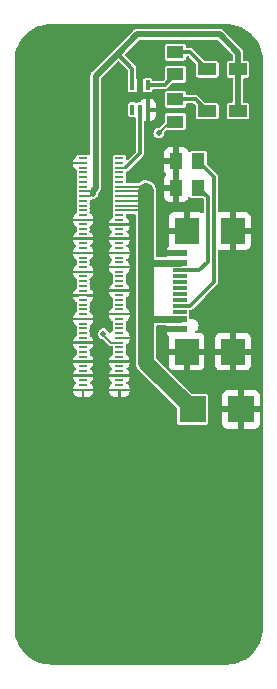
<source format=gtl>
%TF.GenerationSoftware,KiCad,Pcbnew,(5.99.0-11661-g1332208ab1)*%
%TF.CreationDate,2021-08-26T20:26:43-05:00*%
%TF.ProjectId,rpi-cm4-carrier-template,7270692d-636d-4342-9d63-617272696572,v01*%
%TF.SameCoordinates,Original*%
%TF.FileFunction,Copper,L1,Top*%
%TF.FilePolarity,Positive*%
%FSLAX46Y46*%
G04 Gerber Fmt 4.6, Leading zero omitted, Abs format (unit mm)*
G04 Created by KiCad (PCBNEW (5.99.0-11661-g1332208ab1)) date 2021-08-26 20:26:43*
%MOMM*%
%LPD*%
G01*
G04 APERTURE LIST*
%TA.AperFunction,SMDPad,CuDef*%
%ADD10R,2.209800X2.260600*%
%TD*%
%TA.AperFunction,SMDPad,CuDef*%
%ADD11R,0.355600X0.833300*%
%TD*%
%TA.AperFunction,SMDPad,CuDef*%
%ADD12R,1.380000X1.040000*%
%TD*%
%TA.AperFunction,SMDPad,CuDef*%
%ADD13R,1.498600X0.990600*%
%TD*%
%TA.AperFunction,SMDPad,CuDef*%
%ADD14R,1.040000X1.380000*%
%TD*%
%TA.AperFunction,SMDPad,CuDef*%
%ADD15R,1.150000X0.600000*%
%TD*%
%TA.AperFunction,SMDPad,CuDef*%
%ADD16R,1.150000X0.300000*%
%TD*%
%TA.AperFunction,SMDPad,CuDef*%
%ADD17R,2.000000X2.180000*%
%TD*%
%TA.AperFunction,SMDPad,CuDef*%
%ADD18R,0.700000X0.200000*%
%TD*%
%TA.AperFunction,ViaPad*%
%ADD19C,0.508000*%
%TD*%
%TA.AperFunction,Conductor*%
%ADD20C,0.508000*%
%TD*%
%TA.AperFunction,Conductor*%
%ADD21C,0.300000*%
%TD*%
%TA.AperFunction,Conductor*%
%ADD22C,0.152400*%
%TD*%
%TA.AperFunction,Conductor*%
%ADD23C,0.200000*%
%TD*%
%TA.AperFunction,Conductor*%
%ADD24C,0.600000*%
%TD*%
%TA.AperFunction,Conductor*%
%ADD25C,1.350000*%
%TD*%
G04 APERTURE END LIST*
D10*
%TO.P,CR1,1,1*%
%TO.N,+5V*%
X171455300Y-111500000D03*
%TO.P,CR1,2,2*%
%TO.N,GND*%
X175544700Y-111500000D03*
%TD*%
D11*
%TO.P,U1,1,NC*%
%TO.N,unconnected-(U1-Pad1)*%
X166350001Y-86138949D03*
%TO.P,U1,2,INA*%
%TO.N,/CM4 GPIO/nPWR_LED*%
X167000000Y-86138949D03*
%TO.P,U1,3,GND*%
%TO.N,GND*%
X167649999Y-86138949D03*
%TO.P,U1,4,OUTY*%
%TO.N,Net-(R4-Pad2)*%
X167649999Y-84061051D03*
%TO.P,U1,5,VCC*%
%TO.N,+3.3V*%
X166350001Y-84061051D03*
%TD*%
D12*
%TO.P,R2,1*%
%TO.N,Net-(LED1-Pad1)*%
X170000000Y-85260000D03*
%TO.P,R2,2*%
%TO.N,/CM4 GPIO/nLED_Activity*%
X170000000Y-87140000D03*
%TD*%
D13*
%TO.P,LED1,2,2*%
%TO.N,+3.3V*%
X175300000Y-86254700D03*
%TO.P,LED1,1,1*%
%TO.N,Net-(LED1-Pad1)*%
X172700000Y-86254700D03*
%TD*%
D12*
%TO.P,R4,1*%
%TO.N,Net-(LED2-Pad1)*%
X170000000Y-81260000D03*
%TO.P,R4,2*%
%TO.N,Net-(R4-Pad2)*%
X170000000Y-83140000D03*
%TD*%
D14*
%TO.P,R3,1*%
%TO.N,Net-(J1-PadB5)*%
X171940000Y-92750000D03*
%TO.P,R3,2*%
%TO.N,GND*%
X170060000Y-92750000D03*
%TD*%
D15*
%TO.P,J1,A1/B12,GND*%
%TO.N,GND*%
X170362500Y-104700000D03*
%TO.P,J1,A4/B9,VBUS*%
%TO.N,+5V*%
X170362500Y-103900000D03*
D16*
%TO.P,J1,A5,CC1*%
%TO.N,Net-(J1-PadA5)*%
X170362500Y-102750000D03*
%TO.P,J1,A6,DP1*%
%TO.N,unconnected-(J1-PadA6)*%
X170362500Y-101750000D03*
%TO.P,J1,A7,DN1*%
%TO.N,unconnected-(J1-PadA7)*%
X170362500Y-101250000D03*
%TO.P,J1,A8,SBU1*%
%TO.N,unconnected-(J1-PadA8)*%
X170362500Y-100250000D03*
D15*
%TO.P,J1,B1/A12,GND*%
%TO.N,GND*%
X170362500Y-98300000D03*
%TO.P,J1,B4/A9,VBUS*%
%TO.N,+5V*%
X170362500Y-99100000D03*
D16*
%TO.P,J1,B5,CC2*%
%TO.N,Net-(J1-PadB5)*%
X170362500Y-99750000D03*
%TO.P,J1,B6,DP2*%
%TO.N,unconnected-(J1-PadB6)*%
X170362500Y-100750000D03*
%TO.P,J1,B7,DN2*%
%TO.N,unconnected-(J1-PadB7)*%
X170362500Y-102250000D03*
%TO.P,J1,B8,SBU2*%
%TO.N,unconnected-(J1-PadB8)*%
X170362500Y-103250000D03*
D17*
%TO.P,J1,S1,GND*%
%TO.N,GND*%
X170937500Y-106610000D03*
%TO.P,J1,S2,GND*%
X170937500Y-96390000D03*
%TO.P,J1,S3,GND*%
X174867500Y-106610000D03*
%TO.P,J1,S4,GND*%
X174867500Y-96390000D03*
%TD*%
D14*
%TO.P,R1,1*%
%TO.N,Net-(J1-PadA5)*%
X171940000Y-90500000D03*
%TO.P,R1,2*%
%TO.N,GND*%
X170060000Y-90500000D03*
%TD*%
D13*
%TO.P,LED2,2,2*%
%TO.N,+3.3V*%
X175300000Y-82721500D03*
%TO.P,LED2,1,1*%
%TO.N,Net-(LED2-Pad1)*%
X172700000Y-82721500D03*
%TD*%
D18*
%TO.P,Module1,1,GND*%
%TO.N,GND*%
X165256655Y-109852982D03*
%TO.P,Module1,2,GND*%
X162176655Y-109852982D03*
%TO.P,Module1,3,Ethernet_Pair3_P*%
%TO.N,unconnected-(Module1-Pad3)*%
X165256655Y-109452982D03*
%TO.P,Module1,4,Ethernet_Pair1_P*%
%TO.N,unconnected-(Module1-Pad4)*%
X162176655Y-109452982D03*
%TO.P,Module1,5,Ethernet_Pair3_N*%
%TO.N,unconnected-(Module1-Pad5)*%
X165256655Y-109052982D03*
%TO.P,Module1,6,Ethernet_Pair1_N*%
%TO.N,unconnected-(Module1-Pad6)*%
X162176655Y-109052982D03*
%TO.P,Module1,7,GND*%
%TO.N,GND*%
X165256655Y-108652982D03*
%TO.P,Module1,8,GND*%
X162176655Y-108652982D03*
%TO.P,Module1,9,Ethernet_Pair2_N*%
%TO.N,unconnected-(Module1-Pad9)*%
X165256655Y-108252982D03*
%TO.P,Module1,10,Ethernet_Pair0_N*%
%TO.N,unconnected-(Module1-Pad10)*%
X162176655Y-108252982D03*
%TO.P,Module1,11,Ethernet_Pair2_P*%
%TO.N,unconnected-(Module1-Pad11)*%
X165256655Y-107852982D03*
%TO.P,Module1,12,Ethernet_Pair0_P*%
%TO.N,unconnected-(Module1-Pad12)*%
X162176655Y-107852982D03*
%TO.P,Module1,13,GND*%
%TO.N,GND*%
X165256655Y-107452982D03*
%TO.P,Module1,14,GND*%
X162176655Y-107452982D03*
%TO.P,Module1,15,Ethernet_nLED3(3.3v)*%
%TO.N,unconnected-(Module1-Pad15)*%
X165256655Y-107052982D03*
%TO.P,Module1,16,Ethernet_SYNC_IN(1.8v)*%
%TO.N,unconnected-(Module1-Pad16)*%
X162176655Y-107052982D03*
%TO.P,Module1,17,Ethernet_nLED2(3.3v)*%
%TO.N,unconnected-(Module1-Pad17)*%
X165256655Y-106652982D03*
%TO.P,Module1,18,Ethernet_SYNC_OUT(1.8v)*%
%TO.N,unconnected-(Module1-Pad18)*%
X162176655Y-106652982D03*
%TO.P,Module1,19,Ethernet_nLED1(3.3v)*%
%TO.N,unconnected-(Module1-Pad19)*%
X165256655Y-106252982D03*
%TO.P,Module1,20,EEPROM_nWP*%
%TO.N,unconnected-(Module1-Pad20)*%
X162176655Y-106252982D03*
%TO.P,Module1,21,PI_nLED_Activity*%
%TO.N,/CM4 GPIO/nLED_Activity*%
X165256655Y-105852982D03*
%TO.P,Module1,22,GND*%
%TO.N,GND*%
X162176655Y-105852982D03*
%TO.P,Module1,23,GND*%
X165256655Y-105452982D03*
%TO.P,Module1,24,GPIO26*%
%TO.N,unconnected-(Module1-Pad24)*%
X162176655Y-105452982D03*
%TO.P,Module1,25,GPIO21*%
%TO.N,unconnected-(Module1-Pad25)*%
X165256655Y-105052982D03*
%TO.P,Module1,26,GPIO19*%
%TO.N,unconnected-(Module1-Pad26)*%
X162176655Y-105052982D03*
%TO.P,Module1,27,GPIO20*%
%TO.N,unconnected-(Module1-Pad27)*%
X165256655Y-104652982D03*
%TO.P,Module1,28,GPIO13*%
%TO.N,unconnected-(Module1-Pad28)*%
X162176655Y-104652982D03*
%TO.P,Module1,29,GPIO16*%
%TO.N,unconnected-(Module1-Pad29)*%
X165256655Y-104252982D03*
%TO.P,Module1,30,GPIO6*%
%TO.N,unconnected-(Module1-Pad30)*%
X162176655Y-104252982D03*
%TO.P,Module1,31,GPIO12*%
%TO.N,unconnected-(Module1-Pad31)*%
X165256655Y-103852982D03*
%TO.P,Module1,32,GND*%
%TO.N,GND*%
X162176655Y-103852982D03*
%TO.P,Module1,33,GND*%
X165256655Y-103452982D03*
%TO.P,Module1,34,GPIO5*%
%TO.N,unconnected-(Module1-Pad34)*%
X162176655Y-103452982D03*
%TO.P,Module1,35,ID_SC*%
%TO.N,unconnected-(Module1-Pad35)*%
X165256655Y-103052982D03*
%TO.P,Module1,36,ID_SD*%
%TO.N,unconnected-(Module1-Pad36)*%
X162176655Y-103052982D03*
%TO.P,Module1,37,GPIO7*%
%TO.N,unconnected-(Module1-Pad37)*%
X165256655Y-102652982D03*
%TO.P,Module1,38,GPIO11*%
%TO.N,unconnected-(Module1-Pad38)*%
X162176655Y-102652982D03*
%TO.P,Module1,39,GPIO8*%
%TO.N,unconnected-(Module1-Pad39)*%
X165256655Y-102252982D03*
%TO.P,Module1,40,GPIO9*%
%TO.N,unconnected-(Module1-Pad40)*%
X162176655Y-102252982D03*
%TO.P,Module1,41,GPIO25*%
%TO.N,unconnected-(Module1-Pad41)*%
X165256655Y-101852982D03*
%TO.P,Module1,42,GND*%
%TO.N,GND*%
X162176655Y-101852982D03*
%TO.P,Module1,43,GND*%
X165256655Y-101452982D03*
%TO.P,Module1,44,GPIO10*%
%TO.N,unconnected-(Module1-Pad44)*%
X162176655Y-101452982D03*
%TO.P,Module1,45,GPIO24*%
%TO.N,unconnected-(Module1-Pad45)*%
X165256655Y-101052982D03*
%TO.P,Module1,46,GPIO22*%
%TO.N,unconnected-(Module1-Pad46)*%
X162176655Y-101052982D03*
%TO.P,Module1,47,GPIO23*%
%TO.N,unconnected-(Module1-Pad47)*%
X165256655Y-100652982D03*
%TO.P,Module1,48,GPIO27*%
%TO.N,unconnected-(Module1-Pad48)*%
X162176655Y-100652982D03*
%TO.P,Module1,49,GPIO18*%
%TO.N,unconnected-(Module1-Pad49)*%
X165256655Y-100252982D03*
%TO.P,Module1,50,GPIO17*%
%TO.N,unconnected-(Module1-Pad50)*%
X162176655Y-100252982D03*
%TO.P,Module1,51,GPIO15*%
%TO.N,unconnected-(Module1-Pad51)*%
X165256655Y-99852982D03*
%TO.P,Module1,52,GND*%
%TO.N,GND*%
X162176655Y-99852982D03*
%TO.P,Module1,53,GND*%
X165256655Y-99452982D03*
%TO.P,Module1,54,GPIO4*%
%TO.N,unconnected-(Module1-Pad54)*%
X162176655Y-99452982D03*
%TO.P,Module1,55,GPIO14*%
%TO.N,unconnected-(Module1-Pad55)*%
X165256655Y-99052982D03*
%TO.P,Module1,56,GPIO3*%
%TO.N,unconnected-(Module1-Pad56)*%
X162176655Y-99052982D03*
%TO.P,Module1,57,SD_CLK*%
%TO.N,unconnected-(Module1-Pad57)*%
X165256655Y-98652982D03*
%TO.P,Module1,58,GPIO2*%
%TO.N,unconnected-(Module1-Pad58)*%
X162176655Y-98652982D03*
%TO.P,Module1,59,GND*%
%TO.N,GND*%
X165256655Y-98252982D03*
%TO.P,Module1,60,GND*%
X162176655Y-98252982D03*
%TO.P,Module1,61,SD_DAT3*%
%TO.N,unconnected-(Module1-Pad61)*%
X165256655Y-97852982D03*
%TO.P,Module1,62,SD_CMD*%
%TO.N,unconnected-(Module1-Pad62)*%
X162176655Y-97852982D03*
%TO.P,Module1,63,SD_DAT0*%
%TO.N,unconnected-(Module1-Pad63)*%
X165256655Y-97452982D03*
%TO.P,Module1,64,SD_DAT5*%
%TO.N,unconnected-(Module1-Pad64)*%
X162176655Y-97452982D03*
%TO.P,Module1,65,GND*%
%TO.N,GND*%
X165256655Y-97052982D03*
%TO.P,Module1,66,GND*%
X162176655Y-97052982D03*
%TO.P,Module1,67,SD_DAT1*%
%TO.N,unconnected-(Module1-Pad67)*%
X165256655Y-96652982D03*
%TO.P,Module1,68,SD_DAT4*%
%TO.N,unconnected-(Module1-Pad68)*%
X162176655Y-96652982D03*
%TO.P,Module1,69,SD_DAT2*%
%TO.N,unconnected-(Module1-Pad69)*%
X165256655Y-96252982D03*
%TO.P,Module1,70,SD_DAT7*%
%TO.N,unconnected-(Module1-Pad70)*%
X162176655Y-96252982D03*
%TO.P,Module1,71,GND*%
%TO.N,GND*%
X165256655Y-95852982D03*
%TO.P,Module1,72,SD_DAT6*%
%TO.N,unconnected-(Module1-Pad72)*%
X162176655Y-95852982D03*
%TO.P,Module1,73,SD_VDD_Override*%
%TO.N,unconnected-(Module1-Pad73)*%
X165256655Y-95452982D03*
%TO.P,Module1,74,GND*%
%TO.N,GND*%
X162176655Y-95452982D03*
%TO.P,Module1,75,SD_PWR_ON*%
%TO.N,unconnected-(Module1-Pad75)*%
X165256655Y-95052982D03*
%TO.P,Module1,76,Reserved*%
%TO.N,unconnected-(Module1-Pad76)*%
X162176655Y-95052982D03*
%TO.P,Module1,77,+5v_(Input)*%
%TO.N,+5V*%
X165256655Y-94652982D03*
%TO.P,Module1,78,GPIO_VREF(1.8v/3.3v_Input)*%
%TO.N,unconnected-(Module1-Pad78)*%
X162176655Y-94652982D03*
%TO.P,Module1,79,+5v_(Input)*%
%TO.N,+5V*%
X165256655Y-94252982D03*
%TO.P,Module1,80,SCL0*%
%TO.N,unconnected-(Module1-Pad80)*%
X162176655Y-94252982D03*
%TO.P,Module1,81,+5v_(Input)*%
%TO.N,+5V*%
X165256655Y-93852982D03*
%TO.P,Module1,82,SDA0*%
%TO.N,unconnected-(Module1-Pad82)*%
X162176655Y-93852982D03*
%TO.P,Module1,83,+5v_(Input)*%
%TO.N,+5V*%
X165256655Y-93452982D03*
%TO.P,Module1,84,+3.3v_(Output)*%
%TO.N,+3.3V*%
X162176655Y-93452982D03*
%TO.P,Module1,85,+5v_(Input)*%
%TO.N,+5V*%
X165256655Y-93052982D03*
%TO.P,Module1,86,+3.3v_(Output)*%
%TO.N,+3.3V*%
X162176655Y-93052982D03*
%TO.P,Module1,87,+5v_(Input)*%
%TO.N,+5V*%
X165256655Y-92652982D03*
%TO.P,Module1,88,+1.8v_(Output)*%
%TO.N,+1.8V*%
X162176655Y-92652982D03*
%TO.P,Module1,89,WiFi_nDisable*%
%TO.N,unconnected-(Module1-Pad89)*%
X165256655Y-92252982D03*
%TO.P,Module1,90,+1.8v_(Output)*%
%TO.N,+1.8V*%
X162176655Y-92252982D03*
%TO.P,Module1,91,BT_nDisable*%
%TO.N,unconnected-(Module1-Pad91)*%
X165256655Y-91852982D03*
%TO.P,Module1,92,RUN_PG*%
%TO.N,unconnected-(Module1-Pad92)*%
X162176655Y-91852982D03*
%TO.P,Module1,93,nRPIBOOT*%
%TO.N,unconnected-(Module1-Pad93)*%
X165256655Y-91452982D03*
%TO.P,Module1,94,AnalogIP0*%
%TO.N,unconnected-(Module1-Pad94)*%
X162176655Y-91452982D03*
%TO.P,Module1,95,nPI_LED_PWR*%
%TO.N,/CM4 GPIO/nPWR_LED*%
X165256655Y-91052982D03*
%TO.P,Module1,96,AnalogIP1*%
%TO.N,unconnected-(Module1-Pad96)*%
X162176655Y-91052982D03*
%TO.P,Module1,97,Camera_GPIO*%
%TO.N,unconnected-(Module1-Pad97)*%
X165256655Y-90652982D03*
%TO.P,Module1,98,GND*%
%TO.N,GND*%
X162176655Y-90652982D03*
%TO.P,Module1,99,Global_EN*%
%TO.N,unconnected-(Module1-Pad99)*%
X165256655Y-90252982D03*
%TO.P,Module1,100,nEXTRST*%
%TO.N,unconnected-(Module1-Pad100)*%
X162176655Y-90252982D03*
%TD*%
D19*
%TO.N,/CM4 GPIO/nLED_Activity*%
X168600000Y-88100000D03*
X163900000Y-105100000D03*
%TD*%
D20*
%TO.N,+3.3V*%
X166750000Y-79750000D02*
X173750000Y-79750000D01*
X175300000Y-81300000D02*
X175300000Y-82721500D01*
X165100000Y-81400000D02*
X166750000Y-79750000D01*
X173750000Y-79750000D02*
X175300000Y-81300000D01*
D21*
%TO.N,Net-(LED2-Pad1)*%
X171238500Y-81260000D02*
X172700000Y-82721500D01*
X170000000Y-81260000D02*
X171238500Y-81260000D01*
D22*
%TO.N,/CM4 GPIO/nLED_Activity*%
X169560000Y-87140000D02*
X170000000Y-87140000D01*
X168600000Y-88100000D02*
X169560000Y-87140000D01*
X163900000Y-105200000D02*
X163900000Y-105100000D01*
X164552982Y-105852982D02*
X163900000Y-105200000D01*
X165256655Y-105852982D02*
X164552982Y-105852982D01*
D21*
%TO.N,/CM4 GPIO/nPWR_LED*%
X167000000Y-89815859D02*
X165815859Y-91000000D01*
X167000000Y-86138949D02*
X167000000Y-89815859D01*
%TO.N,Net-(LED1-Pad1)*%
X171705300Y-85260000D02*
X172700000Y-86254700D01*
X170000000Y-85260000D02*
X171705300Y-85260000D01*
%TO.N,Net-(R4-Pad2)*%
X169078949Y-84061051D02*
X170000000Y-83140000D01*
X167649999Y-84061051D02*
X169078949Y-84061051D01*
%TO.N,+3.3V*%
X166350001Y-84061051D02*
X166350001Y-82650001D01*
D20*
X165100000Y-81400000D02*
X163500000Y-83000000D01*
D21*
X166350001Y-82650001D02*
X165100000Y-81400000D01*
D22*
%TO.N,/CM4 GPIO/nPWR_LED*%
X165762877Y-91052982D02*
X165815859Y-91000000D01*
X165256655Y-91052982D02*
X165762877Y-91052982D01*
D20*
%TO.N,+3.3V*%
X175300000Y-86254700D02*
X175300000Y-82721500D01*
D23*
X162176655Y-93452982D02*
X162797018Y-93452982D01*
X162797018Y-93452982D02*
X163000000Y-93250000D01*
X162947018Y-93052982D02*
X163000000Y-93000000D01*
X162176655Y-93052982D02*
X162947018Y-93052982D01*
D20*
X163000000Y-93000000D02*
X163000000Y-93250000D01*
X163250000Y-92750000D02*
X163000000Y-93000000D01*
X163250000Y-88000000D02*
X163250000Y-92750000D01*
X163500000Y-83000000D02*
X163250000Y-83250000D01*
X163250000Y-83250000D02*
X163250000Y-88000000D01*
D21*
%TO.N,Net-(J1-PadB5)*%
X172750000Y-93560000D02*
X171940000Y-92750000D01*
X172750000Y-99000000D02*
X172750000Y-93560000D01*
X172000000Y-99750000D02*
X172750000Y-99000000D01*
X170362500Y-99750000D02*
X172000000Y-99750000D01*
%TO.N,Net-(J1-PadA5)*%
X173250000Y-91810000D02*
X171940000Y-90500000D01*
X173250000Y-100737500D02*
X173250000Y-91810000D01*
X171237500Y-102750000D02*
X173250000Y-100737500D01*
X170362500Y-102750000D02*
X171237500Y-102750000D01*
D24*
%TO.N,+5V*%
X167600000Y-99100000D02*
X167500000Y-99000000D01*
D25*
X167500000Y-99000000D02*
X167500000Y-94000000D01*
X167500000Y-104000000D02*
X167500000Y-99000000D01*
D24*
X170362500Y-99100000D02*
X167600000Y-99100000D01*
X170362500Y-103900000D02*
X167600000Y-103900000D01*
X167600000Y-103900000D02*
X167500000Y-104000000D01*
D25*
X167500000Y-107544700D02*
X167500000Y-104000000D01*
D23*
X165256655Y-92652982D02*
X167152982Y-92652982D01*
X167152982Y-92652982D02*
X167500000Y-93000000D01*
X165256655Y-94652982D02*
X166847018Y-94652982D01*
X166847018Y-94652982D02*
X167500000Y-94000000D01*
X167247018Y-94252982D02*
X167500000Y-94000000D01*
X165256655Y-94252982D02*
X167247018Y-94252982D01*
X167352982Y-93852982D02*
X167500000Y-94000000D01*
D25*
X167500000Y-94000000D02*
X167500000Y-93000000D01*
D23*
X165256655Y-93852982D02*
X167352982Y-93852982D01*
X167047018Y-93452982D02*
X167500000Y-93000000D01*
X165256655Y-93452982D02*
X167047018Y-93452982D01*
X167447018Y-93052982D02*
X167500000Y-93000000D01*
X165256655Y-93052982D02*
X167447018Y-93052982D01*
D25*
X171455300Y-111500000D02*
X167500000Y-107544700D01*
%TD*%
%TA.AperFunction,Conductor*%
%TO.N,GND*%
G36*
X174226936Y-78882096D02*
G01*
X174250000Y-78885749D01*
X174263370Y-78883632D01*
X174281899Y-78882657D01*
X174341439Y-78885749D01*
X174573692Y-78897810D01*
X174582867Y-78898766D01*
X174763724Y-78927148D01*
X174898512Y-78948300D01*
X174907546Y-78950202D01*
X175216364Y-79032168D01*
X175225151Y-79034996D01*
X175523815Y-79148509D01*
X175532259Y-79152230D01*
X175817555Y-79296070D01*
X175825569Y-79300646D01*
X175892097Y-79343360D01*
X176094437Y-79473270D01*
X176101936Y-79478654D01*
X176226700Y-79578422D01*
X176351472Y-79678197D01*
X176358360Y-79684317D01*
X176510925Y-79834733D01*
X176585892Y-79908644D01*
X176592109Y-79915443D01*
X176794412Y-80161201D01*
X176795181Y-80162135D01*
X176800670Y-80169558D01*
X176977083Y-80435940D01*
X176981774Y-80443890D01*
X177129647Y-80727118D01*
X177133489Y-80735511D01*
X177248140Y-81024746D01*
X177251227Y-81032535D01*
X177254179Y-81041282D01*
X177340517Y-81348907D01*
X177342547Y-81357912D01*
X177396456Y-81672255D01*
X177396551Y-81672810D01*
X177397637Y-81681973D01*
X177413688Y-81924552D01*
X177416929Y-81973534D01*
X177416216Y-81992083D01*
X177414290Y-82005471D01*
X177415484Y-82012372D01*
X177417698Y-82025175D01*
X177419000Y-82040343D01*
X177419000Y-129963013D01*
X177417904Y-129976936D01*
X177414251Y-130000000D01*
X177416356Y-130013294D01*
X177417330Y-130031869D01*
X177402158Y-130321368D01*
X177401184Y-130330633D01*
X177351572Y-130643872D01*
X177349635Y-130652984D01*
X177267553Y-130959315D01*
X177264675Y-130968174D01*
X177232254Y-131052635D01*
X177151018Y-131264263D01*
X177147232Y-131272766D01*
X177003251Y-131555343D01*
X176998594Y-131563411D01*
X176825861Y-131829395D01*
X176820385Y-131836931D01*
X176620811Y-132083386D01*
X176614578Y-132090310D01*
X176390310Y-132314578D01*
X176383386Y-132320811D01*
X176136931Y-132520385D01*
X176129395Y-132525861D01*
X175863411Y-132698594D01*
X175855343Y-132703251D01*
X175572766Y-132847232D01*
X175564263Y-132851018D01*
X175352635Y-132932254D01*
X175268174Y-132964675D01*
X175259315Y-132967553D01*
X174952984Y-133049635D01*
X174943872Y-133051572D01*
X174630633Y-133101184D01*
X174621368Y-133102158D01*
X174331864Y-133117330D01*
X174313294Y-133116356D01*
X174300000Y-133114251D01*
X174293080Y-133115347D01*
X174276936Y-133117904D01*
X174263013Y-133119000D01*
X159535299Y-133119000D01*
X159522005Y-133118002D01*
X159521357Y-133117904D01*
X159514914Y-133116931D01*
X159504166Y-133115307D01*
X159504165Y-133115307D01*
X159497241Y-133114261D01*
X159490332Y-133115406D01*
X159490330Y-133115406D01*
X159484043Y-133116448D01*
X159465428Y-133117553D01*
X159293683Y-133109701D01*
X159175497Y-133104298D01*
X159166143Y-133103374D01*
X158933896Y-133067952D01*
X158852346Y-133055514D01*
X158843142Y-133053607D01*
X158835400Y-133051572D01*
X158536164Y-132972919D01*
X158527216Y-132970054D01*
X158230446Y-132857432D01*
X158221851Y-132853640D01*
X157938608Y-132710340D01*
X157930483Y-132705675D01*
X157663919Y-132533288D01*
X157656330Y-132527790D01*
X157409454Y-132328264D01*
X157402475Y-132321987D01*
X157178013Y-132097525D01*
X157171736Y-132090546D01*
X156972210Y-131843670D01*
X156966712Y-131836081D01*
X156794325Y-131569517D01*
X156789660Y-131561392D01*
X156646360Y-131278149D01*
X156642568Y-131269554D01*
X156529946Y-130972784D01*
X156527080Y-130963832D01*
X156446393Y-130656858D01*
X156444486Y-130647652D01*
X156443910Y-130643872D01*
X156403795Y-130380863D01*
X156396626Y-130333857D01*
X156395702Y-130324503D01*
X156382447Y-130034575D01*
X156383552Y-130015957D01*
X156384594Y-130009670D01*
X156384594Y-130009668D01*
X156385739Y-130002759D01*
X156381998Y-129977994D01*
X156381000Y-129964701D01*
X156381000Y-109963716D01*
X161318656Y-109963716D01*
X161318656Y-109998664D01*
X161318915Y-110003459D01*
X161324800Y-110057639D01*
X161327364Y-110068419D01*
X161374256Y-110193504D01*
X161380287Y-110204519D01*
X161459946Y-110310809D01*
X161468828Y-110319691D01*
X161575118Y-110399350D01*
X161586133Y-110405381D01*
X161711220Y-110452274D01*
X161721998Y-110454837D01*
X161776157Y-110460720D01*
X161780985Y-110460982D01*
X162060961Y-110460982D01*
X162072984Y-110456606D01*
X162076655Y-110450248D01*
X162076655Y-109968676D01*
X162074850Y-109963716D01*
X162276655Y-109963716D01*
X162276655Y-110445287D01*
X162281031Y-110457310D01*
X162287389Y-110460981D01*
X162572337Y-110460981D01*
X162577132Y-110460722D01*
X162631312Y-110454837D01*
X162642092Y-110452273D01*
X162767177Y-110405381D01*
X162778192Y-110399350D01*
X162884482Y-110319691D01*
X162893364Y-110310809D01*
X162973023Y-110204519D01*
X162979054Y-110193504D01*
X163025947Y-110068417D01*
X163028510Y-110057639D01*
X163034393Y-110003480D01*
X163034655Y-109998652D01*
X163034655Y-109968676D01*
X163032850Y-109963716D01*
X164398656Y-109963716D01*
X164398656Y-109998664D01*
X164398915Y-110003459D01*
X164404800Y-110057639D01*
X164407364Y-110068419D01*
X164454256Y-110193504D01*
X164460287Y-110204519D01*
X164539946Y-110310809D01*
X164548828Y-110319691D01*
X164655118Y-110399350D01*
X164666133Y-110405381D01*
X164791220Y-110452274D01*
X164801998Y-110454837D01*
X164856157Y-110460720D01*
X164860985Y-110460982D01*
X165140961Y-110460982D01*
X165152984Y-110456606D01*
X165156655Y-110450248D01*
X165156655Y-109968676D01*
X165154850Y-109963716D01*
X165356655Y-109963716D01*
X165356655Y-110445287D01*
X165361031Y-110457310D01*
X165367389Y-110460981D01*
X165652337Y-110460981D01*
X165657132Y-110460722D01*
X165711312Y-110454837D01*
X165722092Y-110452273D01*
X165847177Y-110405381D01*
X165858192Y-110399350D01*
X165964482Y-110319691D01*
X165973364Y-110310809D01*
X166053023Y-110204519D01*
X166059054Y-110193504D01*
X166105947Y-110068417D01*
X166108510Y-110057639D01*
X166114393Y-110003480D01*
X166114655Y-109998652D01*
X166114655Y-109968676D01*
X166110279Y-109956653D01*
X166103921Y-109952982D01*
X165372349Y-109952982D01*
X165360326Y-109957358D01*
X165356655Y-109963716D01*
X165154850Y-109963716D01*
X165152279Y-109956653D01*
X165145921Y-109952982D01*
X164414350Y-109952982D01*
X164402327Y-109957358D01*
X164398656Y-109963716D01*
X163032850Y-109963716D01*
X163030279Y-109956653D01*
X163023921Y-109952982D01*
X162292349Y-109952982D01*
X162280326Y-109957358D01*
X162276655Y-109963716D01*
X162074850Y-109963716D01*
X162072279Y-109956653D01*
X162065921Y-109952982D01*
X161334350Y-109952982D01*
X161322327Y-109957358D01*
X161318656Y-109963716D01*
X156381000Y-109963716D01*
X156381000Y-109707312D01*
X161318655Y-109707312D01*
X161318655Y-109737288D01*
X161323031Y-109749311D01*
X161329389Y-109752982D01*
X161801831Y-109752982D01*
X161805235Y-109753149D01*
X161806907Y-109753482D01*
X162546403Y-109753482D01*
X162548075Y-109753149D01*
X162551479Y-109752982D01*
X163018960Y-109752982D01*
X163030983Y-109748606D01*
X163034654Y-109742248D01*
X163034654Y-109707312D01*
X164398655Y-109707312D01*
X164398655Y-109737288D01*
X164403031Y-109749311D01*
X164409389Y-109752982D01*
X164881831Y-109752982D01*
X164885235Y-109753149D01*
X164886907Y-109753482D01*
X165626403Y-109753482D01*
X165628075Y-109753149D01*
X165631479Y-109752982D01*
X166098960Y-109752982D01*
X166110983Y-109748606D01*
X166114654Y-109742248D01*
X166114654Y-109707301D01*
X166114395Y-109702505D01*
X166108510Y-109648325D01*
X166105946Y-109637545D01*
X166059054Y-109512460D01*
X166053023Y-109501445D01*
X165973364Y-109395155D01*
X165964482Y-109386273D01*
X165881659Y-109324201D01*
X165848368Y-109273230D01*
X165855629Y-109212785D01*
X165881659Y-109181763D01*
X165964482Y-109119691D01*
X165973364Y-109110809D01*
X166053023Y-109004519D01*
X166059054Y-108993504D01*
X166105947Y-108868417D01*
X166108510Y-108857639D01*
X166114393Y-108803480D01*
X166114655Y-108798652D01*
X166114655Y-108768676D01*
X166110279Y-108756653D01*
X166103921Y-108752982D01*
X165631479Y-108752982D01*
X165628075Y-108752815D01*
X165626403Y-108752482D01*
X164886907Y-108752482D01*
X164885235Y-108752815D01*
X164881831Y-108752982D01*
X164414350Y-108752982D01*
X164402327Y-108757358D01*
X164398656Y-108763716D01*
X164398656Y-108798664D01*
X164398915Y-108803459D01*
X164404800Y-108857639D01*
X164407364Y-108868419D01*
X164454256Y-108993504D01*
X164460287Y-109004519D01*
X164539946Y-109110809D01*
X164548828Y-109119691D01*
X164631651Y-109181763D01*
X164664942Y-109232734D01*
X164657681Y-109293179D01*
X164631651Y-109324201D01*
X164548828Y-109386273D01*
X164539946Y-109395155D01*
X164460287Y-109501445D01*
X164454256Y-109512460D01*
X164407363Y-109637547D01*
X164404800Y-109648325D01*
X164398917Y-109702484D01*
X164398655Y-109707312D01*
X163034654Y-109707312D01*
X163034654Y-109707301D01*
X163034395Y-109702505D01*
X163028510Y-109648325D01*
X163025946Y-109637545D01*
X162979054Y-109512460D01*
X162973023Y-109501445D01*
X162893364Y-109395155D01*
X162884482Y-109386273D01*
X162801659Y-109324201D01*
X162768368Y-109273230D01*
X162775629Y-109212785D01*
X162801659Y-109181763D01*
X162884482Y-109119691D01*
X162893364Y-109110809D01*
X162973023Y-109004519D01*
X162979054Y-108993504D01*
X163025947Y-108868417D01*
X163028510Y-108857639D01*
X163034393Y-108803480D01*
X163034655Y-108798652D01*
X163034655Y-108768676D01*
X163030279Y-108756653D01*
X163023921Y-108752982D01*
X162551479Y-108752982D01*
X162548075Y-108752815D01*
X162546403Y-108752482D01*
X161806907Y-108752482D01*
X161805235Y-108752815D01*
X161801831Y-108752982D01*
X161334350Y-108752982D01*
X161322327Y-108757358D01*
X161318656Y-108763716D01*
X161318656Y-108798664D01*
X161318915Y-108803459D01*
X161324800Y-108857639D01*
X161327364Y-108868419D01*
X161374256Y-108993504D01*
X161380287Y-109004519D01*
X161459946Y-109110809D01*
X161468828Y-109119691D01*
X161551651Y-109181763D01*
X161584942Y-109232734D01*
X161577681Y-109293179D01*
X161551651Y-109324201D01*
X161468828Y-109386273D01*
X161459946Y-109395155D01*
X161380287Y-109501445D01*
X161374256Y-109512460D01*
X161327363Y-109637547D01*
X161324800Y-109648325D01*
X161318917Y-109702484D01*
X161318655Y-109707312D01*
X156381000Y-109707312D01*
X156381000Y-108507312D01*
X161318655Y-108507312D01*
X161318655Y-108537288D01*
X161323031Y-108549311D01*
X161329389Y-108552982D01*
X161801831Y-108552982D01*
X161805235Y-108553149D01*
X161806907Y-108553482D01*
X162546403Y-108553482D01*
X162548075Y-108553149D01*
X162551479Y-108552982D01*
X163018960Y-108552982D01*
X163030983Y-108548606D01*
X163034654Y-108542248D01*
X163034654Y-108507312D01*
X164398655Y-108507312D01*
X164398655Y-108537288D01*
X164403031Y-108549311D01*
X164409389Y-108552982D01*
X164881831Y-108552982D01*
X164885235Y-108553149D01*
X164886907Y-108553482D01*
X165626403Y-108553482D01*
X165628075Y-108553149D01*
X165631479Y-108552982D01*
X166098960Y-108552982D01*
X166110983Y-108548606D01*
X166114654Y-108542248D01*
X166114654Y-108507301D01*
X166114395Y-108502505D01*
X166108510Y-108448325D01*
X166105946Y-108437545D01*
X166059054Y-108312460D01*
X166053023Y-108301445D01*
X165973364Y-108195155D01*
X165964482Y-108186273D01*
X165881659Y-108124201D01*
X165848368Y-108073230D01*
X165855629Y-108012785D01*
X165881659Y-107981763D01*
X165964482Y-107919691D01*
X165973364Y-107910809D01*
X166053023Y-107804519D01*
X166059054Y-107793504D01*
X166105947Y-107668417D01*
X166108510Y-107657639D01*
X166114393Y-107603480D01*
X166114655Y-107598652D01*
X166114655Y-107568676D01*
X166110279Y-107556653D01*
X166103921Y-107552982D01*
X165631479Y-107552982D01*
X165628075Y-107552815D01*
X165626403Y-107552482D01*
X164886907Y-107552482D01*
X164885235Y-107552815D01*
X164881831Y-107552982D01*
X164414350Y-107552982D01*
X164402327Y-107557358D01*
X164398656Y-107563716D01*
X164398656Y-107598664D01*
X164398915Y-107603459D01*
X164404800Y-107657639D01*
X164407364Y-107668419D01*
X164454256Y-107793504D01*
X164460287Y-107804519D01*
X164539946Y-107910809D01*
X164548828Y-107919691D01*
X164631651Y-107981763D01*
X164664942Y-108032734D01*
X164657681Y-108093179D01*
X164631651Y-108124201D01*
X164548828Y-108186273D01*
X164539946Y-108195155D01*
X164460287Y-108301445D01*
X164454256Y-108312460D01*
X164407363Y-108437547D01*
X164404800Y-108448325D01*
X164398917Y-108502484D01*
X164398655Y-108507312D01*
X163034654Y-108507312D01*
X163034654Y-108507301D01*
X163034395Y-108502505D01*
X163028510Y-108448325D01*
X163025946Y-108437545D01*
X162979054Y-108312460D01*
X162973023Y-108301445D01*
X162893364Y-108195155D01*
X162884482Y-108186273D01*
X162801659Y-108124201D01*
X162768368Y-108073230D01*
X162775629Y-108012785D01*
X162801659Y-107981763D01*
X162884482Y-107919691D01*
X162893364Y-107910809D01*
X162973023Y-107804519D01*
X162979054Y-107793504D01*
X163025947Y-107668417D01*
X163028510Y-107657639D01*
X163034393Y-107603480D01*
X163034655Y-107598652D01*
X163034655Y-107568676D01*
X163030279Y-107556653D01*
X163023921Y-107552982D01*
X162551479Y-107552982D01*
X162548075Y-107552815D01*
X162546403Y-107552482D01*
X161806907Y-107552482D01*
X161805235Y-107552815D01*
X161801831Y-107552982D01*
X161334350Y-107552982D01*
X161322327Y-107557358D01*
X161318656Y-107563716D01*
X161318656Y-107598664D01*
X161318915Y-107603459D01*
X161324800Y-107657639D01*
X161327364Y-107668419D01*
X161374256Y-107793504D01*
X161380287Y-107804519D01*
X161459946Y-107910809D01*
X161468828Y-107919691D01*
X161551651Y-107981763D01*
X161584942Y-108032734D01*
X161577681Y-108093179D01*
X161551651Y-108124201D01*
X161468828Y-108186273D01*
X161459946Y-108195155D01*
X161380287Y-108301445D01*
X161374256Y-108312460D01*
X161327363Y-108437547D01*
X161324800Y-108448325D01*
X161318917Y-108502484D01*
X161318655Y-108507312D01*
X156381000Y-108507312D01*
X156381000Y-107307312D01*
X161318655Y-107307312D01*
X161318655Y-107337288D01*
X161323031Y-107349311D01*
X161329389Y-107352982D01*
X161801831Y-107352982D01*
X161805235Y-107353149D01*
X161806907Y-107353482D01*
X162546403Y-107353482D01*
X162548075Y-107353149D01*
X162551479Y-107352982D01*
X163018960Y-107352982D01*
X163030983Y-107348606D01*
X163034654Y-107342248D01*
X163034654Y-107307301D01*
X163034395Y-107302505D01*
X163028510Y-107248325D01*
X163025946Y-107237545D01*
X162979054Y-107112460D01*
X162973023Y-107101445D01*
X162893364Y-106995155D01*
X162884482Y-106986273D01*
X162778192Y-106906614D01*
X162765445Y-106899635D01*
X162725264Y-106853899D01*
X162720894Y-106804204D01*
X162727155Y-106772730D01*
X162727155Y-106533234D01*
X162720894Y-106501759D01*
X162730155Y-106441589D01*
X162765445Y-106406329D01*
X162778192Y-106399350D01*
X162884482Y-106319691D01*
X162893364Y-106310809D01*
X162973023Y-106204519D01*
X162979054Y-106193504D01*
X163025947Y-106068417D01*
X163028510Y-106057639D01*
X163034393Y-106003480D01*
X163034655Y-105998652D01*
X163034655Y-105968676D01*
X163030279Y-105956653D01*
X163023921Y-105952982D01*
X162551479Y-105952982D01*
X162548075Y-105952815D01*
X162546403Y-105952482D01*
X161806907Y-105952482D01*
X161805235Y-105952815D01*
X161801831Y-105952982D01*
X161334350Y-105952982D01*
X161322327Y-105957358D01*
X161318656Y-105963716D01*
X161318656Y-105998664D01*
X161318915Y-106003459D01*
X161324800Y-106057639D01*
X161327364Y-106068419D01*
X161374256Y-106193504D01*
X161380287Y-106204519D01*
X161459946Y-106310809D01*
X161468828Y-106319691D01*
X161575118Y-106399350D01*
X161587865Y-106406329D01*
X161628046Y-106452065D01*
X161632416Y-106501759D01*
X161626155Y-106533234D01*
X161626155Y-106772730D01*
X161632416Y-106804204D01*
X161623155Y-106864375D01*
X161587865Y-106899635D01*
X161575118Y-106906614D01*
X161468828Y-106986273D01*
X161459946Y-106995155D01*
X161380287Y-107101445D01*
X161374256Y-107112460D01*
X161327363Y-107237547D01*
X161324800Y-107248325D01*
X161318917Y-107302484D01*
X161318655Y-107307312D01*
X156381000Y-107307312D01*
X156381000Y-105707312D01*
X161318655Y-105707312D01*
X161318655Y-105737288D01*
X161323031Y-105749311D01*
X161329389Y-105752982D01*
X161801831Y-105752982D01*
X161805235Y-105753149D01*
X161806907Y-105753482D01*
X162546403Y-105753482D01*
X162548075Y-105753149D01*
X162551479Y-105752982D01*
X163018960Y-105752982D01*
X163030983Y-105748606D01*
X163034654Y-105742248D01*
X163034654Y-105707301D01*
X163034395Y-105702505D01*
X163028510Y-105648325D01*
X163025946Y-105637545D01*
X162979054Y-105512460D01*
X162973023Y-105501445D01*
X162893364Y-105395155D01*
X162884482Y-105386273D01*
X162778192Y-105306614D01*
X162765445Y-105299635D01*
X162725264Y-105253899D01*
X162720894Y-105204204D01*
X162727155Y-105172730D01*
X162727155Y-105094390D01*
X163440860Y-105094390D01*
X163457741Y-105223481D01*
X163510174Y-105342645D01*
X163593946Y-105442303D01*
X163599219Y-105445813D01*
X163697045Y-105510933D01*
X163697047Y-105510934D01*
X163702320Y-105514444D01*
X163708368Y-105516333D01*
X163708369Y-105516334D01*
X163757426Y-105531660D01*
X163826587Y-105553267D01*
X163832925Y-105553383D01*
X163839185Y-105554397D01*
X163838621Y-105557881D01*
X163883430Y-105575055D01*
X163888008Y-105579321D01*
X164322426Y-106013739D01*
X164324987Y-106016706D01*
X164326995Y-106020815D01*
X164333019Y-106026403D01*
X164360393Y-106051796D01*
X164362799Y-106054112D01*
X164375524Y-106066837D01*
X164378894Y-106069149D01*
X164378987Y-106069226D01*
X164382634Y-106072428D01*
X164394603Y-106083530D01*
X164402566Y-106090917D01*
X164412633Y-106094933D01*
X164430002Y-106104208D01*
X164438938Y-106110338D01*
X164462956Y-106116038D01*
X164475383Y-106119969D01*
X164492470Y-106126786D01*
X164492472Y-106126786D01*
X164498306Y-106129114D01*
X164504099Y-106129682D01*
X164510035Y-106129682D01*
X164530585Y-106132087D01*
X164539232Y-106134139D01*
X164547374Y-106133031D01*
X164547376Y-106133031D01*
X164566008Y-106130495D01*
X164578010Y-106129682D01*
X164617155Y-106129682D01*
X164674363Y-106150504D01*
X164704803Y-106203227D01*
X164706155Y-106218682D01*
X164706155Y-106372730D01*
X164707007Y-106377013D01*
X164717788Y-106431213D01*
X164715108Y-106431746D01*
X164716979Y-106474590D01*
X164717788Y-106474751D01*
X164706155Y-106533234D01*
X164706155Y-106772730D01*
X164712416Y-106804204D01*
X164703155Y-106864375D01*
X164667865Y-106899635D01*
X164655118Y-106906614D01*
X164548828Y-106986273D01*
X164539946Y-106995155D01*
X164460287Y-107101445D01*
X164454256Y-107112460D01*
X164407363Y-107237547D01*
X164404800Y-107248325D01*
X164398917Y-107302484D01*
X164398655Y-107307312D01*
X164398655Y-107337288D01*
X164403031Y-107349311D01*
X164409389Y-107352982D01*
X164881831Y-107352982D01*
X164885235Y-107353149D01*
X164886907Y-107353482D01*
X165626403Y-107353482D01*
X165628075Y-107353149D01*
X165631479Y-107352982D01*
X166098960Y-107352982D01*
X166110983Y-107348606D01*
X166114654Y-107342248D01*
X166114654Y-107307301D01*
X166114395Y-107302505D01*
X166108510Y-107248325D01*
X166105946Y-107237545D01*
X166059054Y-107112460D01*
X166053023Y-107101445D01*
X165973364Y-106995155D01*
X165964482Y-106986273D01*
X165858192Y-106906614D01*
X165845445Y-106899635D01*
X165805264Y-106853899D01*
X165800894Y-106804204D01*
X165807155Y-106772730D01*
X165807155Y-106533234D01*
X165795522Y-106474751D01*
X165798202Y-106474218D01*
X165796331Y-106431374D01*
X165795522Y-106431213D01*
X165796180Y-106427907D01*
X165796180Y-106427905D01*
X165807155Y-106372730D01*
X165807155Y-106133234D01*
X165800894Y-106101759D01*
X165810155Y-106041589D01*
X165845445Y-106006329D01*
X165858192Y-105999350D01*
X165964482Y-105919691D01*
X165973364Y-105910809D01*
X166053023Y-105804519D01*
X166059054Y-105793504D01*
X166105947Y-105668417D01*
X166108510Y-105657639D01*
X166114393Y-105603480D01*
X166114655Y-105598652D01*
X166114655Y-105568676D01*
X166110279Y-105556653D01*
X166103921Y-105552982D01*
X165631479Y-105552982D01*
X165628075Y-105552815D01*
X165626403Y-105552482D01*
X165245655Y-105552482D01*
X165188447Y-105531660D01*
X165158007Y-105478937D01*
X165156655Y-105463482D01*
X165156655Y-105442482D01*
X165177477Y-105385274D01*
X165230200Y-105354834D01*
X165245655Y-105353482D01*
X165626403Y-105353482D01*
X165628075Y-105353149D01*
X165631479Y-105352982D01*
X166098960Y-105352982D01*
X166110983Y-105348606D01*
X166114654Y-105342248D01*
X166114654Y-105307301D01*
X166114395Y-105302505D01*
X166108510Y-105248325D01*
X166105946Y-105237545D01*
X166059054Y-105112460D01*
X166053023Y-105101445D01*
X165973364Y-104995155D01*
X165964482Y-104986273D01*
X165858192Y-104906614D01*
X165845445Y-104899635D01*
X165805264Y-104853899D01*
X165800894Y-104804204D01*
X165807155Y-104772730D01*
X165807155Y-104533234D01*
X165795522Y-104474751D01*
X165798202Y-104474218D01*
X165796331Y-104431374D01*
X165795522Y-104431213D01*
X165796180Y-104427907D01*
X165796180Y-104427905D01*
X165807155Y-104372730D01*
X165807155Y-104133234D01*
X165800894Y-104101759D01*
X165810155Y-104041589D01*
X165845445Y-104006329D01*
X165858192Y-103999350D01*
X165964482Y-103919691D01*
X165973364Y-103910809D01*
X166053023Y-103804519D01*
X166059054Y-103793504D01*
X166105947Y-103668417D01*
X166108510Y-103657639D01*
X166114393Y-103603480D01*
X166114655Y-103598652D01*
X166114655Y-103568676D01*
X166110279Y-103556653D01*
X166103921Y-103552982D01*
X165631479Y-103552982D01*
X165628075Y-103552815D01*
X165626403Y-103552482D01*
X164886907Y-103552482D01*
X164885235Y-103552815D01*
X164881831Y-103552982D01*
X164414350Y-103552982D01*
X164402327Y-103557358D01*
X164398656Y-103563716D01*
X164398656Y-103598664D01*
X164398915Y-103603459D01*
X164404800Y-103657639D01*
X164407364Y-103668419D01*
X164454256Y-103793504D01*
X164460287Y-103804519D01*
X164539946Y-103910809D01*
X164548828Y-103919691D01*
X164655118Y-103999350D01*
X164667865Y-104006329D01*
X164708046Y-104052065D01*
X164712416Y-104101759D01*
X164706155Y-104133234D01*
X164706155Y-104372730D01*
X164707007Y-104377013D01*
X164717788Y-104431213D01*
X164715108Y-104431746D01*
X164716979Y-104474590D01*
X164717788Y-104474751D01*
X164706155Y-104533234D01*
X164706155Y-104772730D01*
X164712416Y-104804204D01*
X164703155Y-104864375D01*
X164667865Y-104899635D01*
X164655118Y-104906614D01*
X164548828Y-104986273D01*
X164539942Y-104995159D01*
X164504428Y-105042545D01*
X164453457Y-105075836D01*
X164393012Y-105068575D01*
X164351376Y-105024159D01*
X164345109Y-105001787D01*
X164341617Y-104977401D01*
X164341617Y-104977400D01*
X164340718Y-104971125D01*
X164296657Y-104874218D01*
X164289457Y-104858383D01*
X164289456Y-104858382D01*
X164286832Y-104852610D01*
X164221691Y-104777010D01*
X164205993Y-104758791D01*
X164205992Y-104758790D01*
X164201850Y-104753983D01*
X164196527Y-104750533D01*
X164196525Y-104750531D01*
X164097926Y-104686623D01*
X164097924Y-104686622D01*
X164092601Y-104683172D01*
X164086525Y-104681355D01*
X164086523Y-104681354D01*
X163998456Y-104655017D01*
X163967870Y-104645870D01*
X163961529Y-104645831D01*
X163961527Y-104645831D01*
X163903592Y-104645477D01*
X163837683Y-104645074D01*
X163831589Y-104646816D01*
X163831587Y-104646816D01*
X163802893Y-104655017D01*
X163712505Y-104680850D01*
X163602400Y-104750321D01*
X163598204Y-104755072D01*
X163598203Y-104755073D01*
X163554812Y-104804204D01*
X163516219Y-104847903D01*
X163460890Y-104965751D01*
X163459914Y-104972019D01*
X163444880Y-105068575D01*
X163440860Y-105094390D01*
X162727155Y-105094390D01*
X162727155Y-104933234D01*
X162715522Y-104874751D01*
X162718202Y-104874218D01*
X162716331Y-104831374D01*
X162715522Y-104831213D01*
X162716180Y-104827907D01*
X162716180Y-104827905D01*
X162727155Y-104772730D01*
X162727155Y-104533234D01*
X162720894Y-104501759D01*
X162730155Y-104441589D01*
X162765445Y-104406329D01*
X162778192Y-104399350D01*
X162884482Y-104319691D01*
X162893364Y-104310809D01*
X162973023Y-104204519D01*
X162979054Y-104193504D01*
X163025947Y-104068417D01*
X163028510Y-104057639D01*
X163034393Y-104003480D01*
X163034655Y-103998652D01*
X163034655Y-103968676D01*
X163030279Y-103956653D01*
X163023921Y-103952982D01*
X162551479Y-103952982D01*
X162548075Y-103952815D01*
X162546403Y-103952482D01*
X161806907Y-103952482D01*
X161805235Y-103952815D01*
X161801831Y-103952982D01*
X161334350Y-103952982D01*
X161322327Y-103957358D01*
X161318656Y-103963716D01*
X161318656Y-103998664D01*
X161318915Y-104003459D01*
X161324800Y-104057639D01*
X161327364Y-104068419D01*
X161374256Y-104193504D01*
X161380287Y-104204519D01*
X161459946Y-104310809D01*
X161468828Y-104319691D01*
X161575118Y-104399350D01*
X161587865Y-104406329D01*
X161628046Y-104452065D01*
X161632416Y-104501759D01*
X161626155Y-104533234D01*
X161626155Y-104772730D01*
X161627007Y-104777013D01*
X161637788Y-104831213D01*
X161635108Y-104831746D01*
X161636979Y-104874590D01*
X161637788Y-104874751D01*
X161626155Y-104933234D01*
X161626155Y-105172730D01*
X161632416Y-105204204D01*
X161623155Y-105264375D01*
X161587865Y-105299635D01*
X161575118Y-105306614D01*
X161468828Y-105386273D01*
X161459946Y-105395155D01*
X161380287Y-105501445D01*
X161374256Y-105512460D01*
X161327363Y-105637547D01*
X161324800Y-105648325D01*
X161318917Y-105702484D01*
X161318655Y-105707312D01*
X156381000Y-105707312D01*
X156381000Y-103707312D01*
X161318655Y-103707312D01*
X161318655Y-103737288D01*
X161323031Y-103749311D01*
X161329389Y-103752982D01*
X161801831Y-103752982D01*
X161805235Y-103753149D01*
X161806907Y-103753482D01*
X162546403Y-103753482D01*
X162548075Y-103753149D01*
X162551479Y-103752982D01*
X163018960Y-103752982D01*
X163030983Y-103748606D01*
X163034654Y-103742248D01*
X163034654Y-103707301D01*
X163034395Y-103702505D01*
X163028510Y-103648325D01*
X163025946Y-103637545D01*
X162979054Y-103512460D01*
X162973023Y-103501445D01*
X162893364Y-103395155D01*
X162884482Y-103386273D01*
X162779123Y-103307312D01*
X164398655Y-103307312D01*
X164398655Y-103337288D01*
X164403031Y-103349311D01*
X164409389Y-103352982D01*
X164881831Y-103352982D01*
X164885235Y-103353149D01*
X164886907Y-103353482D01*
X165626403Y-103353482D01*
X165628075Y-103353149D01*
X165631479Y-103352982D01*
X166098960Y-103352982D01*
X166110983Y-103348606D01*
X166114654Y-103342248D01*
X166114654Y-103307301D01*
X166114395Y-103302505D01*
X166108510Y-103248325D01*
X166105946Y-103237545D01*
X166059054Y-103112460D01*
X166053023Y-103101445D01*
X165973364Y-102995155D01*
X165964482Y-102986273D01*
X165858192Y-102906614D01*
X165845445Y-102899635D01*
X165805264Y-102853899D01*
X165800894Y-102804204D01*
X165807155Y-102772730D01*
X165807155Y-102533234D01*
X165795522Y-102474751D01*
X165798202Y-102474218D01*
X165796331Y-102431374D01*
X165795522Y-102431213D01*
X165796180Y-102427907D01*
X165796180Y-102427905D01*
X165807155Y-102372730D01*
X165807155Y-102133234D01*
X165800894Y-102101759D01*
X165810155Y-102041589D01*
X165845445Y-102006329D01*
X165858192Y-101999350D01*
X165964482Y-101919691D01*
X165973364Y-101910809D01*
X166053023Y-101804519D01*
X166059054Y-101793504D01*
X166105947Y-101668417D01*
X166108510Y-101657639D01*
X166114393Y-101603480D01*
X166114655Y-101598652D01*
X166114655Y-101568676D01*
X166110279Y-101556653D01*
X166103921Y-101552982D01*
X165631479Y-101552982D01*
X165628075Y-101552815D01*
X165626403Y-101552482D01*
X164886907Y-101552482D01*
X164885235Y-101552815D01*
X164881831Y-101552982D01*
X164414350Y-101552982D01*
X164402327Y-101557358D01*
X164398656Y-101563716D01*
X164398656Y-101598664D01*
X164398915Y-101603459D01*
X164404800Y-101657639D01*
X164407364Y-101668419D01*
X164454256Y-101793504D01*
X164460287Y-101804519D01*
X164539946Y-101910809D01*
X164548828Y-101919691D01*
X164655118Y-101999350D01*
X164667865Y-102006329D01*
X164708046Y-102052065D01*
X164712416Y-102101759D01*
X164706155Y-102133234D01*
X164706155Y-102372730D01*
X164707007Y-102377013D01*
X164717788Y-102431213D01*
X164715108Y-102431746D01*
X164716979Y-102474590D01*
X164717788Y-102474751D01*
X164706155Y-102533234D01*
X164706155Y-102772730D01*
X164712416Y-102804204D01*
X164703155Y-102864375D01*
X164667865Y-102899635D01*
X164655118Y-102906614D01*
X164548828Y-102986273D01*
X164539946Y-102995155D01*
X164460287Y-103101445D01*
X164454256Y-103112460D01*
X164407363Y-103237547D01*
X164404800Y-103248325D01*
X164398917Y-103302484D01*
X164398655Y-103307312D01*
X162779123Y-103307312D01*
X162778192Y-103306614D01*
X162765445Y-103299635D01*
X162725264Y-103253899D01*
X162720894Y-103204204D01*
X162723096Y-103193135D01*
X162727155Y-103172730D01*
X162727155Y-102933234D01*
X162715522Y-102874751D01*
X162718202Y-102874218D01*
X162716331Y-102831374D01*
X162715522Y-102831213D01*
X162716180Y-102827907D01*
X162716180Y-102827905D01*
X162727155Y-102772730D01*
X162727155Y-102533234D01*
X162720894Y-102501759D01*
X162730155Y-102441589D01*
X162765445Y-102406329D01*
X162778192Y-102399350D01*
X162884482Y-102319691D01*
X162893364Y-102310809D01*
X162973023Y-102204519D01*
X162979054Y-102193504D01*
X163025947Y-102068417D01*
X163028510Y-102057639D01*
X163034393Y-102003480D01*
X163034655Y-101998652D01*
X163034655Y-101968676D01*
X163030279Y-101956653D01*
X163023921Y-101952982D01*
X162551479Y-101952982D01*
X162548075Y-101952815D01*
X162546403Y-101952482D01*
X161806907Y-101952482D01*
X161805235Y-101952815D01*
X161801831Y-101952982D01*
X161334350Y-101952982D01*
X161322327Y-101957358D01*
X161318656Y-101963716D01*
X161318656Y-101998664D01*
X161318915Y-102003459D01*
X161324800Y-102057639D01*
X161327364Y-102068419D01*
X161374256Y-102193504D01*
X161380287Y-102204519D01*
X161459946Y-102310809D01*
X161468828Y-102319691D01*
X161575118Y-102399350D01*
X161587865Y-102406329D01*
X161628046Y-102452065D01*
X161632416Y-102501759D01*
X161626155Y-102533234D01*
X161626155Y-102772730D01*
X161627007Y-102777013D01*
X161637788Y-102831213D01*
X161635108Y-102831746D01*
X161636979Y-102874590D01*
X161637788Y-102874751D01*
X161626155Y-102933234D01*
X161626155Y-103172730D01*
X161630214Y-103193135D01*
X161632416Y-103204204D01*
X161623155Y-103264375D01*
X161587865Y-103299635D01*
X161575118Y-103306614D01*
X161468828Y-103386273D01*
X161459946Y-103395155D01*
X161380287Y-103501445D01*
X161374256Y-103512460D01*
X161327363Y-103637547D01*
X161324800Y-103648325D01*
X161318917Y-103702484D01*
X161318655Y-103707312D01*
X156381000Y-103707312D01*
X156381000Y-101707312D01*
X161318655Y-101707312D01*
X161318655Y-101737288D01*
X161323031Y-101749311D01*
X161329389Y-101752982D01*
X161801831Y-101752982D01*
X161805235Y-101753149D01*
X161806907Y-101753482D01*
X162546403Y-101753482D01*
X162548075Y-101753149D01*
X162551479Y-101752982D01*
X163018960Y-101752982D01*
X163030983Y-101748606D01*
X163034654Y-101742248D01*
X163034654Y-101707301D01*
X163034395Y-101702505D01*
X163028510Y-101648325D01*
X163025946Y-101637545D01*
X162979054Y-101512460D01*
X162973023Y-101501445D01*
X162893364Y-101395155D01*
X162884482Y-101386273D01*
X162779123Y-101307312D01*
X164398655Y-101307312D01*
X164398655Y-101337288D01*
X164403031Y-101349311D01*
X164409389Y-101352982D01*
X164881831Y-101352982D01*
X164885235Y-101353149D01*
X164886907Y-101353482D01*
X165626403Y-101353482D01*
X165628075Y-101353149D01*
X165631479Y-101352982D01*
X166098960Y-101352982D01*
X166110983Y-101348606D01*
X166114654Y-101342248D01*
X166114654Y-101307301D01*
X166114395Y-101302505D01*
X166108510Y-101248325D01*
X166105946Y-101237545D01*
X166059054Y-101112460D01*
X166053023Y-101101445D01*
X165973364Y-100995155D01*
X165964482Y-100986273D01*
X165858192Y-100906614D01*
X165845445Y-100899635D01*
X165805264Y-100853899D01*
X165800894Y-100804204D01*
X165807155Y-100772730D01*
X165807155Y-100533234D01*
X165795522Y-100474751D01*
X165798202Y-100474218D01*
X165796331Y-100431374D01*
X165795522Y-100431213D01*
X165796180Y-100427907D01*
X165796180Y-100427905D01*
X165807155Y-100372730D01*
X165807155Y-100133234D01*
X165800894Y-100101759D01*
X165810155Y-100041589D01*
X165845445Y-100006329D01*
X165858192Y-99999350D01*
X165964482Y-99919691D01*
X165973364Y-99910809D01*
X166053023Y-99804519D01*
X166059054Y-99793504D01*
X166105947Y-99668417D01*
X166108510Y-99657639D01*
X166114393Y-99603480D01*
X166114655Y-99598652D01*
X166114655Y-99568676D01*
X166110279Y-99556653D01*
X166103921Y-99552982D01*
X165631479Y-99552982D01*
X165628075Y-99552815D01*
X165626403Y-99552482D01*
X164886907Y-99552482D01*
X164885235Y-99552815D01*
X164881831Y-99552982D01*
X164414350Y-99552982D01*
X164402327Y-99557358D01*
X164398656Y-99563716D01*
X164398656Y-99598664D01*
X164398915Y-99603459D01*
X164404800Y-99657639D01*
X164407364Y-99668419D01*
X164454256Y-99793504D01*
X164460287Y-99804519D01*
X164539946Y-99910809D01*
X164548828Y-99919691D01*
X164655118Y-99999350D01*
X164667865Y-100006329D01*
X164708046Y-100052065D01*
X164712416Y-100101759D01*
X164706155Y-100133234D01*
X164706155Y-100372730D01*
X164707007Y-100377013D01*
X164717788Y-100431213D01*
X164715108Y-100431746D01*
X164716979Y-100474590D01*
X164717788Y-100474751D01*
X164706155Y-100533234D01*
X164706155Y-100772730D01*
X164712416Y-100804204D01*
X164703155Y-100864375D01*
X164667865Y-100899635D01*
X164655118Y-100906614D01*
X164548828Y-100986273D01*
X164539946Y-100995155D01*
X164460287Y-101101445D01*
X164454256Y-101112460D01*
X164407363Y-101237547D01*
X164404800Y-101248325D01*
X164398917Y-101302484D01*
X164398655Y-101307312D01*
X162779123Y-101307312D01*
X162778192Y-101306614D01*
X162765445Y-101299635D01*
X162725264Y-101253899D01*
X162720894Y-101204204D01*
X162727155Y-101172730D01*
X162727155Y-100933234D01*
X162715522Y-100874751D01*
X162718202Y-100874218D01*
X162716331Y-100831374D01*
X162715522Y-100831213D01*
X162716180Y-100827907D01*
X162716180Y-100827905D01*
X162727155Y-100772730D01*
X162727155Y-100533234D01*
X162720894Y-100501759D01*
X162730155Y-100441589D01*
X162765445Y-100406329D01*
X162778192Y-100399350D01*
X162884482Y-100319691D01*
X162893364Y-100310809D01*
X162973023Y-100204519D01*
X162979054Y-100193504D01*
X163025947Y-100068417D01*
X163028510Y-100057639D01*
X163034393Y-100003480D01*
X163034655Y-99998652D01*
X163034655Y-99968676D01*
X163030279Y-99956653D01*
X163023921Y-99952982D01*
X162551479Y-99952982D01*
X162548075Y-99952815D01*
X162546403Y-99952482D01*
X161806907Y-99952482D01*
X161805235Y-99952815D01*
X161801831Y-99952982D01*
X161334350Y-99952982D01*
X161322327Y-99957358D01*
X161318656Y-99963716D01*
X161318656Y-99998664D01*
X161318915Y-100003459D01*
X161324800Y-100057639D01*
X161327364Y-100068419D01*
X161374256Y-100193504D01*
X161380287Y-100204519D01*
X161459946Y-100310809D01*
X161468828Y-100319691D01*
X161575118Y-100399350D01*
X161587865Y-100406329D01*
X161628046Y-100452065D01*
X161632416Y-100501759D01*
X161626155Y-100533234D01*
X161626155Y-100772730D01*
X161627007Y-100777013D01*
X161637788Y-100831213D01*
X161635108Y-100831746D01*
X161636979Y-100874590D01*
X161637788Y-100874751D01*
X161626155Y-100933234D01*
X161626155Y-101172730D01*
X161632416Y-101204204D01*
X161623155Y-101264375D01*
X161587865Y-101299635D01*
X161575118Y-101306614D01*
X161468828Y-101386273D01*
X161459946Y-101395155D01*
X161380287Y-101501445D01*
X161374256Y-101512460D01*
X161327363Y-101637547D01*
X161324800Y-101648325D01*
X161318917Y-101702484D01*
X161318655Y-101707312D01*
X156381000Y-101707312D01*
X156381000Y-99707312D01*
X161318655Y-99707312D01*
X161318655Y-99737288D01*
X161323031Y-99749311D01*
X161329389Y-99752982D01*
X161801831Y-99752982D01*
X161805235Y-99753149D01*
X161806907Y-99753482D01*
X162546403Y-99753482D01*
X162548075Y-99753149D01*
X162551479Y-99752982D01*
X163018960Y-99752982D01*
X163030983Y-99748606D01*
X163034654Y-99742248D01*
X163034654Y-99707301D01*
X163034395Y-99702505D01*
X163028510Y-99648325D01*
X163025946Y-99637545D01*
X162979054Y-99512460D01*
X162973023Y-99501445D01*
X162893364Y-99395155D01*
X162884482Y-99386273D01*
X162779123Y-99307312D01*
X164398655Y-99307312D01*
X164398655Y-99337288D01*
X164403031Y-99349311D01*
X164409389Y-99352982D01*
X164881831Y-99352982D01*
X164885235Y-99353149D01*
X164886907Y-99353482D01*
X165626403Y-99353482D01*
X165628075Y-99353149D01*
X165631479Y-99352982D01*
X166098960Y-99352982D01*
X166110983Y-99348606D01*
X166114654Y-99342248D01*
X166114654Y-99307301D01*
X166114395Y-99302505D01*
X166108510Y-99248325D01*
X166105946Y-99237545D01*
X166059054Y-99112460D01*
X166053023Y-99101445D01*
X165973364Y-98995155D01*
X165964482Y-98986273D01*
X165881659Y-98924201D01*
X165848368Y-98873230D01*
X165855629Y-98812785D01*
X165881659Y-98781763D01*
X165964482Y-98719691D01*
X165973364Y-98710809D01*
X166053023Y-98604519D01*
X166059054Y-98593504D01*
X166105947Y-98468417D01*
X166108510Y-98457639D01*
X166114393Y-98403480D01*
X166114655Y-98398652D01*
X166114655Y-98368676D01*
X166110279Y-98356653D01*
X166103921Y-98352982D01*
X165631479Y-98352982D01*
X165628075Y-98352815D01*
X165626403Y-98352482D01*
X164886907Y-98352482D01*
X164885235Y-98352815D01*
X164881831Y-98352982D01*
X164414350Y-98352982D01*
X164402327Y-98357358D01*
X164398656Y-98363716D01*
X164398656Y-98398664D01*
X164398915Y-98403459D01*
X164404800Y-98457639D01*
X164407364Y-98468419D01*
X164454256Y-98593504D01*
X164460287Y-98604519D01*
X164539946Y-98710809D01*
X164548828Y-98719691D01*
X164631651Y-98781763D01*
X164664942Y-98832734D01*
X164657681Y-98893179D01*
X164631651Y-98924201D01*
X164548828Y-98986273D01*
X164539946Y-98995155D01*
X164460287Y-99101445D01*
X164454256Y-99112460D01*
X164407363Y-99237547D01*
X164404800Y-99248325D01*
X164398917Y-99302484D01*
X164398655Y-99307312D01*
X162779123Y-99307312D01*
X162778192Y-99306614D01*
X162765445Y-99299635D01*
X162725264Y-99253899D01*
X162720894Y-99204204D01*
X162727155Y-99172730D01*
X162727155Y-98933234D01*
X162720894Y-98901759D01*
X162730155Y-98841589D01*
X162765445Y-98806329D01*
X162778192Y-98799350D01*
X162884482Y-98719691D01*
X162893364Y-98710809D01*
X162973023Y-98604519D01*
X162979054Y-98593504D01*
X163025947Y-98468417D01*
X163028510Y-98457639D01*
X163034393Y-98403480D01*
X163034655Y-98398652D01*
X163034655Y-98368676D01*
X163030279Y-98356653D01*
X163023921Y-98352982D01*
X162551479Y-98352982D01*
X162548075Y-98352815D01*
X162546403Y-98352482D01*
X161806907Y-98352482D01*
X161805235Y-98352815D01*
X161801831Y-98352982D01*
X161334350Y-98352982D01*
X161322327Y-98357358D01*
X161318656Y-98363716D01*
X161318656Y-98398664D01*
X161318915Y-98403459D01*
X161324800Y-98457639D01*
X161327364Y-98468419D01*
X161374256Y-98593504D01*
X161380287Y-98604519D01*
X161459946Y-98710809D01*
X161468828Y-98719691D01*
X161575118Y-98799350D01*
X161587865Y-98806329D01*
X161628046Y-98852065D01*
X161632416Y-98901759D01*
X161626155Y-98933234D01*
X161626155Y-99172730D01*
X161632416Y-99204204D01*
X161623155Y-99264375D01*
X161587865Y-99299635D01*
X161575118Y-99306614D01*
X161468828Y-99386273D01*
X161459946Y-99395155D01*
X161380287Y-99501445D01*
X161374256Y-99512460D01*
X161327363Y-99637547D01*
X161324800Y-99648325D01*
X161318917Y-99702484D01*
X161318655Y-99707312D01*
X156381000Y-99707312D01*
X156381000Y-98107312D01*
X161318655Y-98107312D01*
X161318655Y-98137288D01*
X161323031Y-98149311D01*
X161329389Y-98152982D01*
X161801831Y-98152982D01*
X161805235Y-98153149D01*
X161806907Y-98153482D01*
X162546403Y-98153482D01*
X162548075Y-98153149D01*
X162551479Y-98152982D01*
X163018960Y-98152982D01*
X163030983Y-98148606D01*
X163034654Y-98142248D01*
X163034654Y-98107312D01*
X164398655Y-98107312D01*
X164398655Y-98137288D01*
X164403031Y-98149311D01*
X164409389Y-98152982D01*
X164881831Y-98152982D01*
X164885235Y-98153149D01*
X164886907Y-98153482D01*
X165626403Y-98153482D01*
X165628075Y-98153149D01*
X165631479Y-98152982D01*
X166098960Y-98152982D01*
X166110983Y-98148606D01*
X166114654Y-98142248D01*
X166114654Y-98107301D01*
X166114395Y-98102505D01*
X166108510Y-98048325D01*
X166105946Y-98037545D01*
X166059054Y-97912460D01*
X166053023Y-97901445D01*
X165973364Y-97795155D01*
X165964482Y-97786273D01*
X165881659Y-97724201D01*
X165848368Y-97673230D01*
X165855629Y-97612785D01*
X165881659Y-97581763D01*
X165964482Y-97519691D01*
X165973364Y-97510809D01*
X166053023Y-97404519D01*
X166059054Y-97393504D01*
X166105947Y-97268417D01*
X166108510Y-97257639D01*
X166114393Y-97203480D01*
X166114655Y-97198652D01*
X166114655Y-97168676D01*
X166110279Y-97156653D01*
X166103921Y-97152982D01*
X165631479Y-97152982D01*
X165628075Y-97152815D01*
X165626403Y-97152482D01*
X164886907Y-97152482D01*
X164885235Y-97152815D01*
X164881831Y-97152982D01*
X164414350Y-97152982D01*
X164402327Y-97157358D01*
X164398656Y-97163716D01*
X164398656Y-97198664D01*
X164398915Y-97203459D01*
X164404800Y-97257639D01*
X164407364Y-97268419D01*
X164454256Y-97393504D01*
X164460287Y-97404519D01*
X164539946Y-97510809D01*
X164548828Y-97519691D01*
X164631651Y-97581763D01*
X164664942Y-97632734D01*
X164657681Y-97693179D01*
X164631651Y-97724201D01*
X164548828Y-97786273D01*
X164539946Y-97795155D01*
X164460287Y-97901445D01*
X164454256Y-97912460D01*
X164407363Y-98037547D01*
X164404800Y-98048325D01*
X164398917Y-98102484D01*
X164398655Y-98107312D01*
X163034654Y-98107312D01*
X163034654Y-98107301D01*
X163034395Y-98102505D01*
X163028510Y-98048325D01*
X163025946Y-98037545D01*
X162979054Y-97912460D01*
X162973023Y-97901445D01*
X162893364Y-97795155D01*
X162884482Y-97786273D01*
X162801659Y-97724201D01*
X162768368Y-97673230D01*
X162775629Y-97612785D01*
X162801659Y-97581763D01*
X162884482Y-97519691D01*
X162893364Y-97510809D01*
X162973023Y-97404519D01*
X162979054Y-97393504D01*
X163025947Y-97268417D01*
X163028510Y-97257639D01*
X163034393Y-97203480D01*
X163034655Y-97198652D01*
X163034655Y-97168676D01*
X163030279Y-97156653D01*
X163023921Y-97152982D01*
X162551479Y-97152982D01*
X162548075Y-97152815D01*
X162546403Y-97152482D01*
X161806907Y-97152482D01*
X161805235Y-97152815D01*
X161801831Y-97152982D01*
X161334350Y-97152982D01*
X161322327Y-97157358D01*
X161318656Y-97163716D01*
X161318656Y-97198664D01*
X161318915Y-97203459D01*
X161324800Y-97257639D01*
X161327364Y-97268419D01*
X161374256Y-97393504D01*
X161380287Y-97404519D01*
X161459946Y-97510809D01*
X161468828Y-97519691D01*
X161551651Y-97581763D01*
X161584942Y-97632734D01*
X161577681Y-97693179D01*
X161551651Y-97724201D01*
X161468828Y-97786273D01*
X161459946Y-97795155D01*
X161380287Y-97901445D01*
X161374256Y-97912460D01*
X161327363Y-98037547D01*
X161324800Y-98048325D01*
X161318917Y-98102484D01*
X161318655Y-98107312D01*
X156381000Y-98107312D01*
X156381000Y-96907312D01*
X161318655Y-96907312D01*
X161318655Y-96937288D01*
X161323031Y-96949311D01*
X161329389Y-96952982D01*
X161801831Y-96952982D01*
X161805235Y-96953149D01*
X161806907Y-96953482D01*
X162546403Y-96953482D01*
X162548075Y-96953149D01*
X162551479Y-96952982D01*
X163018960Y-96952982D01*
X163030983Y-96948606D01*
X163034654Y-96942248D01*
X163034654Y-96907312D01*
X164398655Y-96907312D01*
X164398655Y-96937288D01*
X164403031Y-96949311D01*
X164409389Y-96952982D01*
X164881831Y-96952982D01*
X164885235Y-96953149D01*
X164886907Y-96953482D01*
X165626403Y-96953482D01*
X165628075Y-96953149D01*
X165631479Y-96952982D01*
X166098960Y-96952982D01*
X166110983Y-96948606D01*
X166114654Y-96942248D01*
X166114654Y-96907301D01*
X166114395Y-96902505D01*
X166108510Y-96848325D01*
X166105946Y-96837545D01*
X166059054Y-96712460D01*
X166053023Y-96701445D01*
X165973364Y-96595155D01*
X165964482Y-96586273D01*
X165881659Y-96524201D01*
X165848368Y-96473230D01*
X165855629Y-96412785D01*
X165881659Y-96381763D01*
X165964482Y-96319691D01*
X165973364Y-96310809D01*
X166053023Y-96204519D01*
X166059054Y-96193504D01*
X166105947Y-96068417D01*
X166108510Y-96057639D01*
X166114393Y-96003480D01*
X166114655Y-95998652D01*
X166114655Y-95968676D01*
X166110279Y-95956653D01*
X166103921Y-95952982D01*
X165631479Y-95952982D01*
X165628075Y-95952815D01*
X165626403Y-95952482D01*
X164886907Y-95952482D01*
X164885235Y-95952815D01*
X164881831Y-95952982D01*
X164414350Y-95952982D01*
X164402327Y-95957358D01*
X164398656Y-95963716D01*
X164398656Y-95998664D01*
X164398915Y-96003459D01*
X164404800Y-96057639D01*
X164407364Y-96068419D01*
X164454256Y-96193504D01*
X164460287Y-96204519D01*
X164539946Y-96310809D01*
X164548828Y-96319691D01*
X164631651Y-96381763D01*
X164664942Y-96432734D01*
X164657681Y-96493179D01*
X164631651Y-96524201D01*
X164548828Y-96586273D01*
X164539946Y-96595155D01*
X164460287Y-96701445D01*
X164454256Y-96712460D01*
X164407363Y-96837547D01*
X164404800Y-96848325D01*
X164398917Y-96902484D01*
X164398655Y-96907312D01*
X163034654Y-96907312D01*
X163034654Y-96907301D01*
X163034395Y-96902505D01*
X163028510Y-96848325D01*
X163025946Y-96837545D01*
X162979054Y-96712460D01*
X162973023Y-96701445D01*
X162893364Y-96595155D01*
X162884482Y-96586273D01*
X162778192Y-96506614D01*
X162765445Y-96499635D01*
X162725264Y-96453899D01*
X162720894Y-96404204D01*
X162725358Y-96381763D01*
X162727155Y-96372730D01*
X162727155Y-96133234D01*
X162720894Y-96101759D01*
X162730155Y-96041589D01*
X162765445Y-96006329D01*
X162778192Y-95999350D01*
X162884482Y-95919691D01*
X162893364Y-95910809D01*
X162973023Y-95804519D01*
X162979054Y-95793504D01*
X163011366Y-95707312D01*
X164398655Y-95707312D01*
X164398655Y-95737288D01*
X164403031Y-95749311D01*
X164409389Y-95752982D01*
X164881831Y-95752982D01*
X164885235Y-95753149D01*
X164886907Y-95753482D01*
X165626403Y-95753482D01*
X165628075Y-95753149D01*
X165631479Y-95752982D01*
X166098960Y-95752982D01*
X166110983Y-95748606D01*
X166114654Y-95742248D01*
X166114654Y-95707301D01*
X166114395Y-95702505D01*
X166108510Y-95648325D01*
X166105946Y-95637545D01*
X166059054Y-95512460D01*
X166053023Y-95501445D01*
X165973364Y-95395155D01*
X165964482Y-95386273D01*
X165858192Y-95306614D01*
X165845445Y-95299635D01*
X165805264Y-95253899D01*
X165800894Y-95204204D01*
X165807155Y-95172730D01*
X165807155Y-95042482D01*
X165827977Y-94985274D01*
X165880700Y-94954834D01*
X165896155Y-94953482D01*
X166535500Y-94953482D01*
X166592708Y-94974304D01*
X166623148Y-95027027D01*
X166624500Y-95042482D01*
X166624500Y-107504134D01*
X166624188Y-107511582D01*
X166619600Y-107566217D01*
X166620237Y-107570990D01*
X166620237Y-107570993D01*
X166630626Y-107648851D01*
X166630887Y-107651010D01*
X166639882Y-107733809D01*
X166641418Y-107738374D01*
X166642454Y-107743087D01*
X166642271Y-107743127D01*
X166642790Y-107745355D01*
X166642971Y-107745310D01*
X166644122Y-107749997D01*
X166644759Y-107754767D01*
X166673278Y-107833124D01*
X166673979Y-107835128D01*
X166700555Y-107914096D01*
X166703036Y-107918225D01*
X166705058Y-107922602D01*
X166704888Y-107922681D01*
X166705874Y-107924748D01*
X166706042Y-107924665D01*
X166708172Y-107928993D01*
X166709819Y-107933518D01*
X166754470Y-108003877D01*
X166755589Y-108005691D01*
X166796043Y-108073016D01*
X166796047Y-108073021D01*
X166798526Y-108077147D01*
X166801834Y-108080645D01*
X166804750Y-108084487D01*
X166804600Y-108084601D01*
X166807438Y-108088247D01*
X166807587Y-108088134D01*
X166809788Y-108091045D01*
X166811745Y-108094128D01*
X166815637Y-108098481D01*
X166871139Y-108153983D01*
X166872871Y-108155765D01*
X166929225Y-108215358D01*
X166933213Y-108218068D01*
X166936881Y-108221190D01*
X166936875Y-108221198D01*
X166945435Y-108228279D01*
X170123833Y-111406677D01*
X170149561Y-111461853D01*
X170149900Y-111469610D01*
X170149900Y-112650048D01*
X170150752Y-112654331D01*
X170156017Y-112680798D01*
X170161533Y-112708531D01*
X170205848Y-112774852D01*
X170272169Y-112819167D01*
X170280769Y-112820878D01*
X170280770Y-112820878D01*
X170313907Y-112827469D01*
X170330652Y-112830800D01*
X172579948Y-112830800D01*
X172596693Y-112827469D01*
X172629830Y-112820878D01*
X172629831Y-112820878D01*
X172638431Y-112819167D01*
X172704752Y-112774852D01*
X172749067Y-112708531D01*
X172754584Y-112680798D01*
X172759848Y-112654331D01*
X172760700Y-112650048D01*
X172760700Y-111764734D01*
X173931801Y-111764734D01*
X173931801Y-112675982D01*
X173932060Y-112680777D01*
X173937945Y-112734957D01*
X173940509Y-112745737D01*
X173987401Y-112870822D01*
X173993432Y-112881837D01*
X174073091Y-112988127D01*
X174081973Y-112997009D01*
X174188263Y-113076668D01*
X174199278Y-113082699D01*
X174324365Y-113129592D01*
X174335143Y-113132155D01*
X174389302Y-113138038D01*
X174394130Y-113138300D01*
X175275006Y-113138300D01*
X175287029Y-113133924D01*
X175290700Y-113127566D01*
X175290700Y-111769694D01*
X175288895Y-111764734D01*
X175798700Y-111764734D01*
X175798700Y-113122605D01*
X175803076Y-113134628D01*
X175809434Y-113138299D01*
X176695282Y-113138299D01*
X176700077Y-113138040D01*
X176754257Y-113132155D01*
X176765037Y-113129591D01*
X176890122Y-113082699D01*
X176901137Y-113076668D01*
X177007427Y-112997009D01*
X177016309Y-112988127D01*
X177095968Y-112881837D01*
X177101999Y-112870822D01*
X177148892Y-112745735D01*
X177151455Y-112734957D01*
X177157338Y-112680798D01*
X177157600Y-112675970D01*
X177157600Y-111769694D01*
X177153224Y-111757671D01*
X177146866Y-111754000D01*
X175814394Y-111754000D01*
X175802371Y-111758376D01*
X175798700Y-111764734D01*
X175288895Y-111764734D01*
X175286324Y-111757671D01*
X175279966Y-111754000D01*
X173947495Y-111754000D01*
X173935472Y-111758376D01*
X173931801Y-111764734D01*
X172760700Y-111764734D01*
X172760700Y-110349952D01*
X172755544Y-110324030D01*
X173931800Y-110324030D01*
X173931800Y-111230306D01*
X173936176Y-111242329D01*
X173942534Y-111246000D01*
X175275006Y-111246000D01*
X175287029Y-111241624D01*
X175290700Y-111235266D01*
X175290700Y-109877395D01*
X175288894Y-109872434D01*
X175798700Y-109872434D01*
X175798700Y-111230306D01*
X175803076Y-111242329D01*
X175809434Y-111246000D01*
X177141905Y-111246000D01*
X177153928Y-111241624D01*
X177157599Y-111235266D01*
X177157599Y-110324019D01*
X177157340Y-110319223D01*
X177151455Y-110265043D01*
X177148891Y-110254263D01*
X177101999Y-110129178D01*
X177095968Y-110118163D01*
X177016309Y-110011873D01*
X177007427Y-110002991D01*
X176901137Y-109923332D01*
X176890122Y-109917301D01*
X176765035Y-109870408D01*
X176754257Y-109867845D01*
X176700098Y-109861962D01*
X176695270Y-109861700D01*
X175814394Y-109861700D01*
X175802371Y-109866076D01*
X175798700Y-109872434D01*
X175288894Y-109872434D01*
X175286324Y-109865372D01*
X175279966Y-109861701D01*
X174394119Y-109861701D01*
X174389323Y-109861960D01*
X174335143Y-109867845D01*
X174324363Y-109870409D01*
X174199278Y-109917301D01*
X174188263Y-109923332D01*
X174081973Y-110002991D01*
X174073091Y-110011873D01*
X173993432Y-110118163D01*
X173987401Y-110129178D01*
X173940508Y-110254265D01*
X173937945Y-110265043D01*
X173932062Y-110319202D01*
X173931800Y-110324030D01*
X172755544Y-110324030D01*
X172754588Y-110319223D01*
X172750778Y-110300070D01*
X172750778Y-110300069D01*
X172749067Y-110291469D01*
X172704752Y-110225148D01*
X172638431Y-110180833D01*
X172629831Y-110179122D01*
X172629830Y-110179122D01*
X172584231Y-110170052D01*
X172584232Y-110170052D01*
X172579948Y-110169200D01*
X171399510Y-110169200D01*
X171342302Y-110148378D01*
X171336577Y-110143133D01*
X168401567Y-107208123D01*
X168375839Y-107152947D01*
X168375500Y-107145190D01*
X168375500Y-106874734D01*
X169429501Y-106874734D01*
X169429501Y-107745682D01*
X169429760Y-107750477D01*
X169435645Y-107804657D01*
X169438209Y-107815437D01*
X169485101Y-107940522D01*
X169491132Y-107951537D01*
X169570791Y-108057827D01*
X169579673Y-108066709D01*
X169685963Y-108146368D01*
X169696978Y-108152399D01*
X169822065Y-108199292D01*
X169832843Y-108201855D01*
X169887002Y-108207738D01*
X169891830Y-108208000D01*
X170667806Y-108208000D01*
X170679829Y-108203624D01*
X170683500Y-108197266D01*
X170683500Y-106879694D01*
X170681695Y-106874734D01*
X171191500Y-106874734D01*
X171191500Y-108192305D01*
X171195876Y-108204328D01*
X171202234Y-108207999D01*
X171983182Y-108207999D01*
X171987977Y-108207740D01*
X172042157Y-108201855D01*
X172052937Y-108199291D01*
X172178022Y-108152399D01*
X172189037Y-108146368D01*
X172295327Y-108066709D01*
X172304209Y-108057827D01*
X172383868Y-107951537D01*
X172389899Y-107940522D01*
X172436792Y-107815435D01*
X172439355Y-107804657D01*
X172445238Y-107750498D01*
X172445500Y-107745670D01*
X172445500Y-106879694D01*
X172443695Y-106874734D01*
X173359501Y-106874734D01*
X173359501Y-107745682D01*
X173359760Y-107750477D01*
X173365645Y-107804657D01*
X173368209Y-107815437D01*
X173415101Y-107940522D01*
X173421132Y-107951537D01*
X173500791Y-108057827D01*
X173509673Y-108066709D01*
X173615963Y-108146368D01*
X173626978Y-108152399D01*
X173752065Y-108199292D01*
X173762843Y-108201855D01*
X173817002Y-108207738D01*
X173821830Y-108208000D01*
X174597806Y-108208000D01*
X174609829Y-108203624D01*
X174613500Y-108197266D01*
X174613500Y-106879694D01*
X174611695Y-106874734D01*
X175121500Y-106874734D01*
X175121500Y-108192305D01*
X175125876Y-108204328D01*
X175132234Y-108207999D01*
X175913182Y-108207999D01*
X175917977Y-108207740D01*
X175972157Y-108201855D01*
X175982937Y-108199291D01*
X176108022Y-108152399D01*
X176119037Y-108146368D01*
X176225327Y-108066709D01*
X176234209Y-108057827D01*
X176313868Y-107951537D01*
X176319899Y-107940522D01*
X176366792Y-107815435D01*
X176369355Y-107804657D01*
X176375238Y-107750498D01*
X176375500Y-107745670D01*
X176375500Y-106879694D01*
X176371124Y-106867671D01*
X176364766Y-106864000D01*
X175137194Y-106864000D01*
X175125171Y-106868376D01*
X175121500Y-106874734D01*
X174611695Y-106874734D01*
X174609124Y-106867671D01*
X174602766Y-106864000D01*
X173375195Y-106864000D01*
X173363172Y-106868376D01*
X173359501Y-106874734D01*
X172443695Y-106874734D01*
X172441124Y-106867671D01*
X172434766Y-106864000D01*
X171207194Y-106864000D01*
X171195171Y-106868376D01*
X171191500Y-106874734D01*
X170681695Y-106874734D01*
X170679124Y-106867671D01*
X170672766Y-106864000D01*
X169445195Y-106864000D01*
X169433172Y-106868376D01*
X169429501Y-106874734D01*
X168375500Y-106874734D01*
X168375500Y-104489500D01*
X168396322Y-104432292D01*
X168449045Y-104401852D01*
X168464500Y-104400500D01*
X169206333Y-104400500D01*
X169263541Y-104421322D01*
X169274432Y-104436877D01*
X169290234Y-104446000D01*
X170527500Y-104446000D01*
X170584708Y-104466822D01*
X170615148Y-104519545D01*
X170616500Y-104535000D01*
X170616500Y-104865000D01*
X170595678Y-104922208D01*
X170542955Y-104952648D01*
X170527500Y-104954000D01*
X169295195Y-104954000D01*
X169283172Y-104958376D01*
X169279501Y-104964734D01*
X169279501Y-105045682D01*
X169279760Y-105050477D01*
X169285645Y-105104657D01*
X169288209Y-105115437D01*
X169335101Y-105240522D01*
X169341132Y-105251537D01*
X169418171Y-105354331D01*
X169435431Y-105417318D01*
X169429762Y-105469503D01*
X169429500Y-105474330D01*
X169429500Y-106340306D01*
X169433876Y-106352329D01*
X169440234Y-106356000D01*
X172429805Y-106356000D01*
X172441828Y-106351624D01*
X172445499Y-106345266D01*
X172445499Y-105474330D01*
X173359500Y-105474330D01*
X173359500Y-106340306D01*
X173363876Y-106352329D01*
X173370234Y-106356000D01*
X174597806Y-106356000D01*
X174609829Y-106351624D01*
X174613500Y-106345266D01*
X174613500Y-105027695D01*
X174611694Y-105022734D01*
X175121500Y-105022734D01*
X175121500Y-106340306D01*
X175125876Y-106352329D01*
X175132234Y-106356000D01*
X176359805Y-106356000D01*
X176371828Y-106351624D01*
X176375499Y-106345266D01*
X176375499Y-105474319D01*
X176375240Y-105469523D01*
X176369355Y-105415343D01*
X176366791Y-105404563D01*
X176319899Y-105279478D01*
X176313868Y-105268463D01*
X176234209Y-105162173D01*
X176225327Y-105153291D01*
X176119037Y-105073632D01*
X176108022Y-105067601D01*
X175982935Y-105020708D01*
X175972157Y-105018145D01*
X175917998Y-105012262D01*
X175913170Y-105012000D01*
X175137194Y-105012000D01*
X175125171Y-105016376D01*
X175121500Y-105022734D01*
X174611694Y-105022734D01*
X174609124Y-105015672D01*
X174602766Y-105012001D01*
X173821819Y-105012001D01*
X173817023Y-105012260D01*
X173762843Y-105018145D01*
X173752063Y-105020709D01*
X173626978Y-105067601D01*
X173615963Y-105073632D01*
X173509673Y-105153291D01*
X173500791Y-105162173D01*
X173421132Y-105268463D01*
X173415101Y-105279478D01*
X173368208Y-105404565D01*
X173365645Y-105415343D01*
X173359762Y-105469502D01*
X173359500Y-105474330D01*
X172445499Y-105474330D01*
X172445499Y-105474319D01*
X172445240Y-105469523D01*
X172439355Y-105415343D01*
X172436791Y-105404563D01*
X172389899Y-105279478D01*
X172383868Y-105268463D01*
X172304209Y-105162173D01*
X172295327Y-105153291D01*
X172189037Y-105073632D01*
X172178022Y-105067601D01*
X172052935Y-105020708D01*
X172042157Y-105018145D01*
X171987998Y-105012262D01*
X171983170Y-105012000D01*
X171750865Y-105012000D01*
X171693657Y-104991178D01*
X171663217Y-104938455D01*
X171673789Y-104878500D01*
X171702842Y-104849446D01*
X171702518Y-104849024D01*
X171705724Y-104846564D01*
X171812291Y-104764791D01*
X171876702Y-104680850D01*
X171892973Y-104659645D01*
X171892974Y-104659644D01*
X171896524Y-104655017D01*
X171949474Y-104527183D01*
X171967535Y-104390000D01*
X171949474Y-104252817D01*
X171896524Y-104124983D01*
X171857980Y-104074751D01*
X171815846Y-104019842D01*
X171812291Y-104015209D01*
X171736899Y-103957358D01*
X171707146Y-103934527D01*
X171707145Y-103934526D01*
X171702518Y-103930976D01*
X171697132Y-103928745D01*
X171697130Y-103928744D01*
X171580067Y-103880256D01*
X171580066Y-103880256D01*
X171574683Y-103878026D01*
X171568909Y-103877266D01*
X171568906Y-103877265D01*
X171443280Y-103860726D01*
X171437500Y-103859965D01*
X171300317Y-103878026D01*
X171294925Y-103880260D01*
X171294923Y-103880260D01*
X171261058Y-103894287D01*
X171200237Y-103896943D01*
X171151938Y-103859881D01*
X171138000Y-103812062D01*
X171138000Y-103580252D01*
X171126367Y-103521769D01*
X171129047Y-103521236D01*
X171127176Y-103478392D01*
X171126367Y-103478231D01*
X171127025Y-103474925D01*
X171127025Y-103474923D01*
X171138000Y-103419748D01*
X171138000Y-103193135D01*
X171158822Y-103135927D01*
X171211545Y-103105487D01*
X171220576Y-103104911D01*
X171220761Y-103104951D01*
X171221704Y-103104839D01*
X171221710Y-103104839D01*
X171253154Y-103101117D01*
X171261284Y-103100637D01*
X171262941Y-103100500D01*
X171266615Y-103100500D01*
X171284845Y-103097466D01*
X171288995Y-103096875D01*
X171329331Y-103092101D01*
X171329332Y-103092101D01*
X171336638Y-103091236D01*
X171342786Y-103088284D01*
X171345868Y-103087309D01*
X171352603Y-103086188D01*
X171359076Y-103082695D01*
X171359080Y-103082694D01*
X171394849Y-103063393D01*
X171398548Y-103061508D01*
X171441826Y-103040726D01*
X171445774Y-103037408D01*
X171447135Y-103036047D01*
X171447759Y-103035475D01*
X171449835Y-103033724D01*
X171455294Y-103030778D01*
X171489445Y-102993834D01*
X171491866Y-102991316D01*
X172476853Y-102006329D01*
X173464685Y-101018496D01*
X173479337Y-101006663D01*
X173489152Y-101000325D01*
X173509346Y-100974709D01*
X173514751Y-100968625D01*
X173515833Y-100967348D01*
X173518428Y-100964753D01*
X173529169Y-100949723D01*
X173531686Y-100946371D01*
X173556837Y-100914467D01*
X173561392Y-100908689D01*
X173563653Y-100902250D01*
X173565142Y-100899385D01*
X173569111Y-100893831D01*
X173572583Y-100882223D01*
X173582860Y-100847856D01*
X173584157Y-100843867D01*
X173598198Y-100803885D01*
X173598200Y-100803877D01*
X173600055Y-100798594D01*
X173600500Y-100793456D01*
X173600500Y-100791527D01*
X173600535Y-100790718D01*
X173600767Y-100787979D01*
X173602544Y-100782036D01*
X173600569Y-100731768D01*
X173600500Y-100728274D01*
X173600500Y-98050886D01*
X173621322Y-97993678D01*
X173674045Y-97963238D01*
X173720741Y-97967549D01*
X173752069Y-97979293D01*
X173762843Y-97981855D01*
X173817002Y-97987738D01*
X173821830Y-97988000D01*
X174597806Y-97988000D01*
X174609829Y-97983624D01*
X174613500Y-97977266D01*
X174613500Y-96654734D01*
X175121500Y-96654734D01*
X175121500Y-97972305D01*
X175125876Y-97984328D01*
X175132234Y-97987999D01*
X175913182Y-97987999D01*
X175917977Y-97987740D01*
X175972157Y-97981855D01*
X175982937Y-97979291D01*
X176108022Y-97932399D01*
X176119037Y-97926368D01*
X176225327Y-97846709D01*
X176234209Y-97837827D01*
X176313868Y-97731537D01*
X176319899Y-97720522D01*
X176366792Y-97595435D01*
X176369355Y-97584657D01*
X176375238Y-97530498D01*
X176375500Y-97525670D01*
X176375500Y-96659694D01*
X176371124Y-96647671D01*
X176364766Y-96644000D01*
X175137194Y-96644000D01*
X175125171Y-96648376D01*
X175121500Y-96654734D01*
X174613500Y-96654734D01*
X174613500Y-94807695D01*
X174611694Y-94802734D01*
X175121500Y-94802734D01*
X175121500Y-96120306D01*
X175125876Y-96132329D01*
X175132234Y-96136000D01*
X176359805Y-96136000D01*
X176371828Y-96131624D01*
X176375499Y-96125266D01*
X176375499Y-95254319D01*
X176375240Y-95249523D01*
X176369355Y-95195343D01*
X176366791Y-95184563D01*
X176319899Y-95059478D01*
X176313868Y-95048463D01*
X176234209Y-94942173D01*
X176225327Y-94933291D01*
X176119037Y-94853632D01*
X176108022Y-94847601D01*
X175982935Y-94800708D01*
X175972157Y-94798145D01*
X175917998Y-94792262D01*
X175913170Y-94792000D01*
X175137194Y-94792000D01*
X175125171Y-94796376D01*
X175121500Y-94802734D01*
X174611694Y-94802734D01*
X174609124Y-94795672D01*
X174602766Y-94792001D01*
X173821819Y-94792001D01*
X173817023Y-94792260D01*
X173762843Y-94798145D01*
X173752067Y-94800708D01*
X173720741Y-94812451D01*
X173659864Y-94813035D01*
X173612854Y-94774351D01*
X173600500Y-94729114D01*
X173600500Y-91856890D01*
X173602494Y-91838158D01*
X173603404Y-91833934D01*
X173603404Y-91833929D01*
X173604952Y-91826740D01*
X173601117Y-91794340D01*
X173600638Y-91786226D01*
X173600500Y-91784557D01*
X173600500Y-91780885D01*
X173599897Y-91777262D01*
X173597467Y-91762659D01*
X173596876Y-91758510D01*
X173592101Y-91718169D01*
X173592101Y-91718168D01*
X173591236Y-91710862D01*
X173588284Y-91704714D01*
X173587309Y-91701632D01*
X173586188Y-91694897D01*
X173582695Y-91688424D01*
X173582694Y-91688420D01*
X173563393Y-91652651D01*
X173561508Y-91648952D01*
X173540726Y-91605674D01*
X173537408Y-91601726D01*
X173536046Y-91600364D01*
X173535474Y-91599740D01*
X173533725Y-91597667D01*
X173530778Y-91592206D01*
X173493836Y-91558057D01*
X173491341Y-91555659D01*
X172686567Y-90750885D01*
X172660839Y-90695709D01*
X172660500Y-90687952D01*
X172660500Y-89790252D01*
X172655344Y-89764330D01*
X172650578Y-89740370D01*
X172650578Y-89740369D01*
X172648867Y-89731769D01*
X172604552Y-89665448D01*
X172538231Y-89621133D01*
X172529631Y-89619422D01*
X172529630Y-89619422D01*
X172484031Y-89610352D01*
X172484032Y-89610352D01*
X172479748Y-89609500D01*
X171400252Y-89609500D01*
X171395968Y-89610352D01*
X171395969Y-89610352D01*
X171350370Y-89619422D01*
X171350369Y-89619422D01*
X171341769Y-89621133D01*
X171275448Y-89665448D01*
X171239045Y-89719928D01*
X171189952Y-89755924D01*
X171129203Y-89751943D01*
X171085225Y-89709844D01*
X171081561Y-89699677D01*
X171081252Y-89699793D01*
X171032399Y-89569478D01*
X171026368Y-89558463D01*
X170946709Y-89452173D01*
X170937827Y-89443291D01*
X170831537Y-89363632D01*
X170820522Y-89357601D01*
X170695435Y-89310708D01*
X170684657Y-89308145D01*
X170630498Y-89302262D01*
X170625670Y-89302000D01*
X170329694Y-89302000D01*
X170317671Y-89306376D01*
X170314000Y-89312734D01*
X170314000Y-93932305D01*
X170318376Y-93944328D01*
X170324734Y-93947999D01*
X170625682Y-93947999D01*
X170630477Y-93947740D01*
X170684657Y-93941855D01*
X170695437Y-93939291D01*
X170820522Y-93892399D01*
X170831537Y-93886368D01*
X170937827Y-93806709D01*
X170946709Y-93797827D01*
X171026368Y-93691537D01*
X171032399Y-93680522D01*
X171081252Y-93550207D01*
X171083620Y-93551095D01*
X171111964Y-93508084D01*
X171170301Y-93490675D01*
X171226180Y-93514838D01*
X171239040Y-93530065D01*
X171275448Y-93584552D01*
X171341769Y-93628867D01*
X171350369Y-93630578D01*
X171350370Y-93630578D01*
X171383507Y-93637169D01*
X171400252Y-93640500D01*
X172297952Y-93640500D01*
X172355160Y-93661322D01*
X172360885Y-93666567D01*
X172373433Y-93679115D01*
X172399161Y-93734291D01*
X172399500Y-93742048D01*
X172399500Y-94833441D01*
X172378678Y-94890649D01*
X172325955Y-94921089D01*
X172266000Y-94910517D01*
X172257125Y-94904660D01*
X172189037Y-94853632D01*
X172178022Y-94847601D01*
X172052935Y-94800708D01*
X172042157Y-94798145D01*
X171987998Y-94792262D01*
X171983170Y-94792000D01*
X171207194Y-94792000D01*
X171195171Y-94796376D01*
X171191500Y-94802734D01*
X171191500Y-96555000D01*
X171170678Y-96612208D01*
X171117955Y-96642648D01*
X171102500Y-96644000D01*
X169445195Y-96644000D01*
X169433172Y-96648376D01*
X169429501Y-96654734D01*
X169429501Y-97525682D01*
X169429760Y-97530477D01*
X169435431Y-97582685D01*
X169418170Y-97645670D01*
X169341132Y-97748463D01*
X169335101Y-97759478D01*
X169288208Y-97884565D01*
X169285645Y-97895343D01*
X169279762Y-97949502D01*
X169279500Y-97954330D01*
X169279500Y-98030306D01*
X169283876Y-98042329D01*
X169290234Y-98046000D01*
X170527500Y-98046000D01*
X170584708Y-98066822D01*
X170615148Y-98119545D01*
X170616500Y-98135000D01*
X170616500Y-98465000D01*
X170595678Y-98522208D01*
X170542955Y-98552648D01*
X170527500Y-98554000D01*
X169295195Y-98554000D01*
X169279508Y-98559710D01*
X169238484Y-98594133D01*
X169208045Y-98599500D01*
X168464500Y-98599500D01*
X168407292Y-98578678D01*
X168376852Y-98525955D01*
X168375500Y-98510500D01*
X168375500Y-95254330D01*
X169429500Y-95254330D01*
X169429500Y-96120306D01*
X169433876Y-96132329D01*
X169440234Y-96136000D01*
X170667806Y-96136000D01*
X170679829Y-96131624D01*
X170683500Y-96125266D01*
X170683500Y-94807695D01*
X170679124Y-94795672D01*
X170672766Y-94792001D01*
X169891819Y-94792001D01*
X169887023Y-94792260D01*
X169832843Y-94798145D01*
X169822063Y-94800709D01*
X169696978Y-94847601D01*
X169685963Y-94853632D01*
X169579673Y-94933291D01*
X169570791Y-94942173D01*
X169491132Y-95048463D01*
X169485101Y-95059478D01*
X169438208Y-95184565D01*
X169435645Y-95195343D01*
X169429762Y-95249502D01*
X169429500Y-95254330D01*
X168375500Y-95254330D01*
X168375500Y-93014734D01*
X169032001Y-93014734D01*
X169032001Y-93485682D01*
X169032260Y-93490477D01*
X169038145Y-93544657D01*
X169040709Y-93555437D01*
X169087601Y-93680522D01*
X169093632Y-93691537D01*
X169173291Y-93797827D01*
X169182173Y-93806709D01*
X169288463Y-93886368D01*
X169299478Y-93892399D01*
X169424565Y-93939292D01*
X169435343Y-93941855D01*
X169489502Y-93947738D01*
X169494330Y-93948000D01*
X169790306Y-93948000D01*
X169802329Y-93943624D01*
X169806000Y-93937266D01*
X169806000Y-93019694D01*
X169801624Y-93007671D01*
X169795266Y-93004000D01*
X169047695Y-93004000D01*
X169035672Y-93008376D01*
X169032001Y-93014734D01*
X168375500Y-93014734D01*
X168375500Y-92952483D01*
X168360118Y-92810891D01*
X168299445Y-92630604D01*
X168201474Y-92467553D01*
X168070775Y-92329342D01*
X167913446Y-92222422D01*
X167736827Y-92151779D01*
X167549160Y-92120711D01*
X167544350Y-92120963D01*
X167544349Y-92120963D01*
X167391940Y-92128951D01*
X167359199Y-92130667D01*
X167175807Y-92181181D01*
X167007540Y-92269898D01*
X167003861Y-92273007D01*
X166934691Y-92331460D01*
X166877245Y-92352482D01*
X165896155Y-92352482D01*
X165838947Y-92331660D01*
X165808507Y-92278937D01*
X165807155Y-92263482D01*
X165807155Y-92133234D01*
X165795522Y-92074751D01*
X165798202Y-92074218D01*
X165796331Y-92031374D01*
X165795522Y-92031213D01*
X165796180Y-92027907D01*
X165796180Y-92027905D01*
X165798880Y-92014330D01*
X169032000Y-92014330D01*
X169032000Y-92480306D01*
X169036376Y-92492329D01*
X169042734Y-92496000D01*
X169790306Y-92496000D01*
X169802329Y-92491624D01*
X169806000Y-92485266D01*
X169806000Y-90769694D01*
X169801624Y-90757671D01*
X169795266Y-90754000D01*
X169047695Y-90754000D01*
X169035672Y-90758376D01*
X169032001Y-90764734D01*
X169032001Y-91235682D01*
X169032260Y-91240477D01*
X169038145Y-91294657D01*
X169040709Y-91305437D01*
X169087601Y-91430522D01*
X169093632Y-91441537D01*
X169173291Y-91547827D01*
X169186654Y-91561190D01*
X169184509Y-91563335D01*
X169211559Y-91604759D01*
X169204293Y-91665203D01*
X169185475Y-91687631D01*
X169186654Y-91688810D01*
X169173291Y-91702173D01*
X169093632Y-91808463D01*
X169087601Y-91819478D01*
X169040708Y-91944565D01*
X169038145Y-91955343D01*
X169032262Y-92009502D01*
X169032000Y-92014330D01*
X165798880Y-92014330D01*
X165807155Y-91972730D01*
X165807155Y-91733234D01*
X165795522Y-91674751D01*
X165798202Y-91674218D01*
X165796331Y-91631374D01*
X165795522Y-91631213D01*
X165796180Y-91627907D01*
X165796180Y-91627905D01*
X165807155Y-91572730D01*
X165807155Y-91433087D01*
X165827977Y-91375879D01*
X165885695Y-91344704D01*
X165914997Y-91341236D01*
X165958124Y-91320527D01*
X166015138Y-91293150D01*
X166015141Y-91293148D01*
X166020185Y-91290726D01*
X166024133Y-91287408D01*
X167214691Y-90096850D01*
X167229347Y-90085015D01*
X167232971Y-90082675D01*
X167239152Y-90078684D01*
X167259350Y-90053064D01*
X167264767Y-90046967D01*
X167265838Y-90045703D01*
X167268428Y-90043113D01*
X167270557Y-90040133D01*
X167270566Y-90040123D01*
X167279171Y-90028080D01*
X167281690Y-90024724D01*
X167291232Y-90012621D01*
X167311392Y-89987048D01*
X167313653Y-89980609D01*
X167315141Y-89977746D01*
X167319111Y-89972190D01*
X167321218Y-89965146D01*
X167321219Y-89965143D01*
X167332858Y-89926221D01*
X167334155Y-89922230D01*
X167348199Y-89882241D01*
X167348201Y-89882234D01*
X167350055Y-89876953D01*
X167350500Y-89871815D01*
X167350500Y-89869890D01*
X167350536Y-89869059D01*
X167350767Y-89866337D01*
X167352543Y-89860396D01*
X167350569Y-89810142D01*
X167350500Y-89806650D01*
X167350500Y-89764330D01*
X169032000Y-89764330D01*
X169032000Y-90230306D01*
X169036376Y-90242329D01*
X169042734Y-90246000D01*
X169790306Y-90246000D01*
X169802329Y-90241624D01*
X169806000Y-90235266D01*
X169806000Y-89317695D01*
X169801624Y-89305672D01*
X169795266Y-89302001D01*
X169494319Y-89302001D01*
X169489523Y-89302260D01*
X169435343Y-89308145D01*
X169424563Y-89310709D01*
X169299478Y-89357601D01*
X169288463Y-89363632D01*
X169182173Y-89443291D01*
X169173291Y-89452173D01*
X169093632Y-89558463D01*
X169087601Y-89569478D01*
X169040708Y-89694565D01*
X169038145Y-89705343D01*
X169032262Y-89759502D01*
X169032000Y-89764330D01*
X167350500Y-89764330D01*
X167350500Y-88094390D01*
X168140860Y-88094390D01*
X168157741Y-88223481D01*
X168210174Y-88342645D01*
X168293946Y-88442303D01*
X168299219Y-88445813D01*
X168397045Y-88510933D01*
X168397047Y-88510934D01*
X168402320Y-88514444D01*
X168408368Y-88516333D01*
X168408369Y-88516334D01*
X168413990Y-88518090D01*
X168526587Y-88553267D01*
X168576516Y-88554182D01*
X168650412Y-88555537D01*
X168650414Y-88555537D01*
X168656755Y-88555653D01*
X168782360Y-88521409D01*
X168893306Y-88453288D01*
X168980672Y-88356767D01*
X169037437Y-88239604D01*
X169059037Y-88111219D01*
X169059174Y-88100000D01*
X169056985Y-88084712D01*
X169069484Y-88025131D01*
X169082152Y-88009161D01*
X169207037Y-87884276D01*
X169262213Y-87858548D01*
X169281572Y-87859606D01*
X169281610Y-87859218D01*
X169285962Y-87859647D01*
X169290252Y-87860500D01*
X170709748Y-87860500D01*
X170726493Y-87857169D01*
X170759630Y-87850578D01*
X170759631Y-87850578D01*
X170768231Y-87848867D01*
X170834552Y-87804552D01*
X170878867Y-87738231D01*
X170890500Y-87679748D01*
X170890500Y-86600252D01*
X170878867Y-86541769D01*
X170834552Y-86475448D01*
X170768231Y-86431133D01*
X170759631Y-86429422D01*
X170759630Y-86429422D01*
X170714031Y-86420352D01*
X170714032Y-86420352D01*
X170709748Y-86419500D01*
X169290252Y-86419500D01*
X169285968Y-86420352D01*
X169285969Y-86420352D01*
X169240370Y-86429422D01*
X169240369Y-86429422D01*
X169231769Y-86431133D01*
X169165448Y-86475448D01*
X169121133Y-86541769D01*
X169109500Y-86600252D01*
X169109500Y-87162321D01*
X169088678Y-87219529D01*
X169083433Y-87225254D01*
X168689140Y-87619547D01*
X168633964Y-87645275D01*
X168625669Y-87645612D01*
X168537683Y-87645074D01*
X168531589Y-87646816D01*
X168531587Y-87646816D01*
X168451493Y-87669707D01*
X168412505Y-87680850D01*
X168302400Y-87750321D01*
X168216219Y-87847903D01*
X168213525Y-87853641D01*
X168210705Y-87859648D01*
X168160890Y-87965751D01*
X168159914Y-87972019D01*
X168142367Y-88084714D01*
X168140860Y-88094390D01*
X167350500Y-88094390D01*
X167350500Y-87152599D01*
X167371322Y-87095391D01*
X167424045Y-87064951D01*
X167439500Y-87063599D01*
X167456505Y-87063599D01*
X167468528Y-87059223D01*
X167472199Y-87052865D01*
X167472199Y-86327483D01*
X167827799Y-86327483D01*
X167827799Y-87047904D01*
X167832175Y-87059927D01*
X167838533Y-87063598D01*
X167873481Y-87063598D01*
X167878276Y-87063339D01*
X167932456Y-87057454D01*
X167943236Y-87054890D01*
X168068321Y-87007998D01*
X168079336Y-87001967D01*
X168185626Y-86922308D01*
X168194508Y-86913426D01*
X168274167Y-86807136D01*
X168280198Y-86796121D01*
X168327091Y-86671034D01*
X168329654Y-86660256D01*
X168335537Y-86606097D01*
X168335799Y-86601269D01*
X168335799Y-86332443D01*
X168331423Y-86320420D01*
X168325065Y-86316749D01*
X167843493Y-86316749D01*
X167831470Y-86321125D01*
X167827799Y-86327483D01*
X167472199Y-86327483D01*
X167472199Y-85229994D01*
X167470393Y-85225033D01*
X167827799Y-85225033D01*
X167827799Y-85945455D01*
X167832175Y-85957478D01*
X167838533Y-85961149D01*
X168320104Y-85961149D01*
X168332127Y-85956773D01*
X168335798Y-85950415D01*
X168335798Y-85676618D01*
X168335539Y-85671822D01*
X168329654Y-85617642D01*
X168327090Y-85606862D01*
X168280198Y-85481777D01*
X168274167Y-85470762D01*
X168194508Y-85364472D01*
X168185626Y-85355590D01*
X168079336Y-85275931D01*
X168068321Y-85269900D01*
X167943234Y-85223007D01*
X167932456Y-85220444D01*
X167878297Y-85214561D01*
X167873469Y-85214299D01*
X167843493Y-85214299D01*
X167831470Y-85218675D01*
X167827799Y-85225033D01*
X167470393Y-85225033D01*
X167467823Y-85217971D01*
X167461465Y-85214300D01*
X167426518Y-85214300D01*
X167421722Y-85214559D01*
X167367542Y-85220444D01*
X167356762Y-85223008D01*
X167231677Y-85269900D01*
X167220662Y-85275931D01*
X167114372Y-85355590D01*
X167105490Y-85364472D01*
X167025829Y-85470764D01*
X167023216Y-85475537D01*
X166977480Y-85515719D01*
X166945149Y-85521799D01*
X166802452Y-85521799D01*
X166798168Y-85522651D01*
X166798169Y-85522651D01*
X166752570Y-85531721D01*
X166752569Y-85531721D01*
X166743969Y-85533432D01*
X166724447Y-85546477D01*
X166665314Y-85560948D01*
X166625558Y-85546479D01*
X166606032Y-85533432D01*
X166597432Y-85531721D01*
X166597431Y-85531721D01*
X166551832Y-85522651D01*
X166551833Y-85522651D01*
X166547549Y-85521799D01*
X166152453Y-85521799D01*
X166148169Y-85522651D01*
X166148170Y-85522651D01*
X166102571Y-85531721D01*
X166102570Y-85531721D01*
X166093970Y-85533432D01*
X166027649Y-85577747D01*
X165983334Y-85644068D01*
X165971701Y-85702551D01*
X165971701Y-86575347D01*
X165972553Y-86579630D01*
X165977818Y-86606097D01*
X165983334Y-86633830D01*
X166027649Y-86700151D01*
X166093970Y-86744466D01*
X166102570Y-86746177D01*
X166102571Y-86746177D01*
X166135708Y-86752768D01*
X166152453Y-86756099D01*
X166547549Y-86756099D01*
X166551792Y-86755255D01*
X166610753Y-86770369D01*
X166646212Y-86819856D01*
X166649500Y-86843824D01*
X166649500Y-89633811D01*
X166628678Y-89691019D01*
X166623433Y-89696744D01*
X165959088Y-90361089D01*
X165903912Y-90386817D01*
X165845107Y-90371061D01*
X165810188Y-90321191D01*
X165807155Y-90298156D01*
X165807155Y-90133234D01*
X165795522Y-90074751D01*
X165751207Y-90008430D01*
X165704680Y-89977341D01*
X165692179Y-89968988D01*
X165684886Y-89964115D01*
X165676286Y-89962404D01*
X165676285Y-89962404D01*
X165630686Y-89953334D01*
X165630687Y-89953334D01*
X165626403Y-89952482D01*
X164886907Y-89952482D01*
X164882623Y-89953334D01*
X164882624Y-89953334D01*
X164837025Y-89962404D01*
X164837024Y-89962404D01*
X164828424Y-89964115D01*
X164821131Y-89968988D01*
X164808630Y-89977341D01*
X164762103Y-90008430D01*
X164717788Y-90074751D01*
X164706155Y-90133234D01*
X164706155Y-90372730D01*
X164707007Y-90377013D01*
X164717788Y-90431213D01*
X164715108Y-90431746D01*
X164716979Y-90474590D01*
X164717788Y-90474751D01*
X164706155Y-90533234D01*
X164706155Y-90772730D01*
X164707007Y-90777013D01*
X164717788Y-90831213D01*
X164715108Y-90831746D01*
X164716979Y-90874590D01*
X164717788Y-90874751D01*
X164706155Y-90933234D01*
X164706155Y-91172730D01*
X164707007Y-91177013D01*
X164717788Y-91231213D01*
X164715108Y-91231746D01*
X164716979Y-91274590D01*
X164717788Y-91274751D01*
X164706155Y-91333234D01*
X164706155Y-91572730D01*
X164712526Y-91604759D01*
X164717788Y-91631213D01*
X164715108Y-91631746D01*
X164716979Y-91674590D01*
X164717788Y-91674751D01*
X164706155Y-91733234D01*
X164706155Y-91972730D01*
X164707007Y-91977013D01*
X164717788Y-92031213D01*
X164715108Y-92031746D01*
X164716979Y-92074590D01*
X164717788Y-92074751D01*
X164706155Y-92133234D01*
X164706155Y-92372730D01*
X164707007Y-92377013D01*
X164717788Y-92431213D01*
X164715108Y-92431746D01*
X164716979Y-92474590D01*
X164717788Y-92474751D01*
X164706155Y-92533234D01*
X164706155Y-92772730D01*
X164707007Y-92777013D01*
X164717788Y-92831213D01*
X164715108Y-92831746D01*
X164716979Y-92874590D01*
X164717788Y-92874751D01*
X164706155Y-92933234D01*
X164706155Y-93172730D01*
X164707007Y-93177013D01*
X164717788Y-93231213D01*
X164715108Y-93231746D01*
X164716979Y-93274590D01*
X164717788Y-93274751D01*
X164706155Y-93333234D01*
X164706155Y-93572730D01*
X164708507Y-93584552D01*
X164717788Y-93631213D01*
X164715108Y-93631746D01*
X164716979Y-93674590D01*
X164717788Y-93674751D01*
X164706155Y-93733234D01*
X164706155Y-93972730D01*
X164707007Y-93977013D01*
X164717788Y-94031213D01*
X164715108Y-94031746D01*
X164716979Y-94074590D01*
X164717788Y-94074751D01*
X164706155Y-94133234D01*
X164706155Y-94372730D01*
X164707007Y-94377013D01*
X164717788Y-94431213D01*
X164715108Y-94431746D01*
X164716979Y-94474590D01*
X164717788Y-94474751D01*
X164706155Y-94533234D01*
X164706155Y-94772730D01*
X164711210Y-94798145D01*
X164717788Y-94831213D01*
X164715108Y-94831746D01*
X164716979Y-94874590D01*
X164717788Y-94874751D01*
X164706155Y-94933234D01*
X164706155Y-95172730D01*
X164712416Y-95204204D01*
X164703155Y-95264375D01*
X164667865Y-95299635D01*
X164655118Y-95306614D01*
X164548828Y-95386273D01*
X164539946Y-95395155D01*
X164460287Y-95501445D01*
X164454256Y-95512460D01*
X164407363Y-95637547D01*
X164404800Y-95648325D01*
X164398917Y-95702484D01*
X164398655Y-95707312D01*
X163011366Y-95707312D01*
X163025947Y-95668417D01*
X163028510Y-95657639D01*
X163034393Y-95603480D01*
X163034655Y-95598652D01*
X163034655Y-95568676D01*
X163030279Y-95556653D01*
X163023921Y-95552982D01*
X162551479Y-95552982D01*
X162548075Y-95552815D01*
X162546403Y-95552482D01*
X161806907Y-95552482D01*
X161805235Y-95552815D01*
X161801831Y-95552982D01*
X161334350Y-95552982D01*
X161322327Y-95557358D01*
X161318656Y-95563716D01*
X161318656Y-95598664D01*
X161318915Y-95603459D01*
X161324800Y-95657639D01*
X161327364Y-95668419D01*
X161374256Y-95793504D01*
X161380287Y-95804519D01*
X161459946Y-95910809D01*
X161468828Y-95919691D01*
X161575118Y-95999350D01*
X161587865Y-96006329D01*
X161628046Y-96052065D01*
X161632416Y-96101759D01*
X161626155Y-96133234D01*
X161626155Y-96372730D01*
X161627952Y-96381763D01*
X161632416Y-96404204D01*
X161623155Y-96464375D01*
X161587865Y-96499635D01*
X161575118Y-96506614D01*
X161468828Y-96586273D01*
X161459946Y-96595155D01*
X161380287Y-96701445D01*
X161374256Y-96712460D01*
X161327363Y-96837547D01*
X161324800Y-96848325D01*
X161318917Y-96902484D01*
X161318655Y-96907312D01*
X156381000Y-96907312D01*
X156381000Y-90507312D01*
X161318655Y-90507312D01*
X161318655Y-90537288D01*
X161323031Y-90549311D01*
X161329389Y-90552982D01*
X161801831Y-90552982D01*
X161805235Y-90553149D01*
X161806907Y-90553482D01*
X162187655Y-90553482D01*
X162244863Y-90574304D01*
X162275303Y-90627027D01*
X162276655Y-90642482D01*
X162276655Y-90663482D01*
X162255833Y-90720690D01*
X162203110Y-90751130D01*
X162187655Y-90752482D01*
X161806907Y-90752482D01*
X161805235Y-90752815D01*
X161801831Y-90752982D01*
X161334350Y-90752982D01*
X161322327Y-90757358D01*
X161318656Y-90763716D01*
X161318656Y-90798664D01*
X161318915Y-90803459D01*
X161324800Y-90857639D01*
X161327364Y-90868419D01*
X161374256Y-90993504D01*
X161380287Y-91004519D01*
X161459946Y-91110809D01*
X161468828Y-91119691D01*
X161575118Y-91199350D01*
X161587865Y-91206329D01*
X161628046Y-91252065D01*
X161632416Y-91301759D01*
X161626155Y-91333234D01*
X161626155Y-91572730D01*
X161632526Y-91604759D01*
X161637788Y-91631213D01*
X161635108Y-91631746D01*
X161636979Y-91674590D01*
X161637788Y-91674751D01*
X161626155Y-91733234D01*
X161626155Y-91972730D01*
X161627007Y-91977013D01*
X161637788Y-92031213D01*
X161635108Y-92031746D01*
X161636979Y-92074590D01*
X161637788Y-92074751D01*
X161626155Y-92133234D01*
X161626155Y-92372730D01*
X161627007Y-92377013D01*
X161637788Y-92431213D01*
X161635108Y-92431746D01*
X161636979Y-92474590D01*
X161637788Y-92474751D01*
X161626155Y-92533234D01*
X161626155Y-92772730D01*
X161627007Y-92777013D01*
X161637788Y-92831213D01*
X161635108Y-92831746D01*
X161636979Y-92874590D01*
X161637788Y-92874751D01*
X161626155Y-92933234D01*
X161626155Y-93172730D01*
X161627007Y-93177013D01*
X161637788Y-93231213D01*
X161635108Y-93231746D01*
X161636979Y-93274590D01*
X161637788Y-93274751D01*
X161626155Y-93333234D01*
X161626155Y-93572730D01*
X161628507Y-93584552D01*
X161637788Y-93631213D01*
X161635108Y-93631746D01*
X161636979Y-93674590D01*
X161637788Y-93674751D01*
X161626155Y-93733234D01*
X161626155Y-93972730D01*
X161627007Y-93977013D01*
X161637788Y-94031213D01*
X161635108Y-94031746D01*
X161636979Y-94074590D01*
X161637788Y-94074751D01*
X161626155Y-94133234D01*
X161626155Y-94372730D01*
X161627007Y-94377013D01*
X161637788Y-94431213D01*
X161635108Y-94431746D01*
X161636979Y-94474590D01*
X161637788Y-94474751D01*
X161626155Y-94533234D01*
X161626155Y-94772730D01*
X161632416Y-94804204D01*
X161623155Y-94864375D01*
X161587865Y-94899635D01*
X161575118Y-94906614D01*
X161468828Y-94986273D01*
X161459946Y-94995155D01*
X161380287Y-95101445D01*
X161374256Y-95112460D01*
X161327363Y-95237547D01*
X161324800Y-95248325D01*
X161318917Y-95302484D01*
X161318655Y-95307312D01*
X161318655Y-95337288D01*
X161323031Y-95349311D01*
X161329389Y-95352982D01*
X161801831Y-95352982D01*
X161805235Y-95353149D01*
X161806907Y-95353482D01*
X162546403Y-95353482D01*
X162548075Y-95353149D01*
X162551479Y-95352982D01*
X163018960Y-95352982D01*
X163030983Y-95348606D01*
X163034654Y-95342248D01*
X163034654Y-95307301D01*
X163034395Y-95302505D01*
X163028510Y-95248325D01*
X163025946Y-95237545D01*
X162979054Y-95112460D01*
X162973023Y-95101445D01*
X162893364Y-94995155D01*
X162884482Y-94986273D01*
X162778192Y-94906614D01*
X162765445Y-94899635D01*
X162725264Y-94853899D01*
X162720894Y-94804204D01*
X162727155Y-94772730D01*
X162727155Y-94533234D01*
X162715522Y-94474751D01*
X162718202Y-94474218D01*
X162716331Y-94431374D01*
X162715522Y-94431213D01*
X162716180Y-94427907D01*
X162716180Y-94427905D01*
X162727155Y-94372730D01*
X162727155Y-94133234D01*
X162715522Y-94074751D01*
X162718202Y-94074218D01*
X162716331Y-94031374D01*
X162715522Y-94031213D01*
X162716180Y-94027907D01*
X162716180Y-94027905D01*
X162727155Y-93972730D01*
X162727155Y-93842482D01*
X162747977Y-93785274D01*
X162800700Y-93754834D01*
X162816155Y-93753482D01*
X162824966Y-93753482D01*
X162828991Y-93752733D01*
X162830266Y-93752615D01*
X162835095Y-93752302D01*
X162864226Y-93751208D01*
X162871773Y-93747966D01*
X162871776Y-93747965D01*
X162875828Y-93746224D01*
X162894663Y-93740502D01*
X162898992Y-93739696D01*
X162898994Y-93739695D01*
X162907071Y-93738191D01*
X162930370Y-93723830D01*
X162941938Y-93717821D01*
X162950529Y-93714130D01*
X162979376Y-93707124D01*
X163093627Y-93699035D01*
X163100266Y-93698565D01*
X163106471Y-93696164D01*
X163106473Y-93696164D01*
X163221526Y-93651653D01*
X163221525Y-93651653D01*
X163227730Y-93649253D01*
X163335059Y-93564641D01*
X163341421Y-93555437D01*
X163408980Y-93457686D01*
X163412764Y-93452211D01*
X163453975Y-93321903D01*
X163454500Y-93315232D01*
X163454500Y-93225126D01*
X163475322Y-93167918D01*
X163480567Y-93162193D01*
X163548562Y-93094198D01*
X163556395Y-93087238D01*
X163579835Y-93068759D01*
X163585059Y-93064641D01*
X163619058Y-93015449D01*
X163620684Y-93013174D01*
X163652254Y-92970432D01*
X163652255Y-92970431D01*
X163656209Y-92965077D01*
X163658335Y-92959023D01*
X163659117Y-92957487D01*
X163662764Y-92952211D01*
X163664821Y-92945709D01*
X163680794Y-92895198D01*
X163681680Y-92892544D01*
X163699287Y-92842408D01*
X163699288Y-92842404D01*
X163701492Y-92836127D01*
X163701713Y-92830504D01*
X163702448Y-92826733D01*
X163703975Y-92821903D01*
X163704500Y-92815232D01*
X163704500Y-92761312D01*
X163704569Y-92757818D01*
X163706597Y-92706210D01*
X163706597Y-92706209D01*
X163706858Y-92699563D01*
X163705153Y-92693133D01*
X163705038Y-92692091D01*
X163704500Y-92682324D01*
X163704500Y-84720252D01*
X169109500Y-84720252D01*
X169109500Y-85799748D01*
X169121133Y-85858231D01*
X169165448Y-85924552D01*
X169231769Y-85968867D01*
X169240369Y-85970578D01*
X169240370Y-85970578D01*
X169273507Y-85977169D01*
X169290252Y-85980500D01*
X170709748Y-85980500D01*
X170726493Y-85977169D01*
X170759630Y-85970578D01*
X170759631Y-85970578D01*
X170768231Y-85968867D01*
X170834552Y-85924552D01*
X170878867Y-85858231D01*
X170890500Y-85799748D01*
X170890500Y-85699500D01*
X170911322Y-85642292D01*
X170964045Y-85611852D01*
X170979500Y-85610500D01*
X171523252Y-85610500D01*
X171580460Y-85631322D01*
X171586185Y-85636567D01*
X171724133Y-85774515D01*
X171749861Y-85829691D01*
X171750200Y-85837448D01*
X171750200Y-86769748D01*
X171761833Y-86828231D01*
X171806148Y-86894552D01*
X171872469Y-86938867D01*
X171881069Y-86940578D01*
X171881070Y-86940578D01*
X171914207Y-86947169D01*
X171930952Y-86950500D01*
X173469048Y-86950500D01*
X173485793Y-86947169D01*
X173518930Y-86940578D01*
X173518931Y-86940578D01*
X173527531Y-86938867D01*
X173593852Y-86894552D01*
X173638167Y-86828231D01*
X173649800Y-86769748D01*
X173649800Y-85739652D01*
X173638167Y-85681169D01*
X173631922Y-85671822D01*
X173598725Y-85622141D01*
X173593852Y-85614848D01*
X173527531Y-85570533D01*
X173518931Y-85568822D01*
X173518930Y-85568822D01*
X173473331Y-85559752D01*
X173473332Y-85559752D01*
X173469048Y-85558900D01*
X172536748Y-85558900D01*
X172479540Y-85538078D01*
X172473815Y-85532833D01*
X171986291Y-85045309D01*
X171974456Y-85030653D01*
X171972116Y-85027029D01*
X171968125Y-85020848D01*
X171942505Y-85000650D01*
X171936408Y-84995233D01*
X171935144Y-84994162D01*
X171932554Y-84991572D01*
X171929574Y-84989443D01*
X171929564Y-84989434D01*
X171917521Y-84980829D01*
X171914165Y-84978310D01*
X171882268Y-84953164D01*
X171882269Y-84953164D01*
X171876489Y-84948608D01*
X171870050Y-84946347D01*
X171867187Y-84944859D01*
X171861631Y-84940889D01*
X171815645Y-84927136D01*
X171811667Y-84925843D01*
X171771685Y-84911802D01*
X171771677Y-84911800D01*
X171766394Y-84909945D01*
X171761256Y-84909500D01*
X171759327Y-84909500D01*
X171758518Y-84909465D01*
X171755779Y-84909233D01*
X171749836Y-84907456D01*
X171701714Y-84909347D01*
X171699568Y-84909431D01*
X171696074Y-84909500D01*
X170979500Y-84909500D01*
X170922292Y-84888678D01*
X170891852Y-84835955D01*
X170890500Y-84820500D01*
X170890500Y-84720252D01*
X170878867Y-84661769D01*
X170834552Y-84595448D01*
X170768231Y-84551133D01*
X170759631Y-84549422D01*
X170759630Y-84549422D01*
X170714031Y-84540352D01*
X170714032Y-84540352D01*
X170709748Y-84539500D01*
X169290252Y-84539500D01*
X169289278Y-84539694D01*
X169238305Y-84526631D01*
X169238136Y-84529609D01*
X169205811Y-84568478D01*
X169165448Y-84595448D01*
X169121133Y-84661769D01*
X169109500Y-84720252D01*
X163704500Y-84720252D01*
X163704500Y-83475126D01*
X163725322Y-83417918D01*
X163730567Y-83412193D01*
X165110606Y-82032154D01*
X165165782Y-82006426D01*
X165224587Y-82022182D01*
X165236472Y-82032154D01*
X165973434Y-82769116D01*
X165999162Y-82824292D01*
X165999501Y-82832049D01*
X165999501Y-83514977D01*
X165988963Y-83549708D01*
X165991559Y-83550783D01*
X165988205Y-83558880D01*
X165983334Y-83566170D01*
X165971701Y-83624653D01*
X165971701Y-84497449D01*
X165983334Y-84555932D01*
X166027649Y-84622253D01*
X166093970Y-84666568D01*
X166102570Y-84668279D01*
X166102571Y-84668279D01*
X166135708Y-84674870D01*
X166152453Y-84678201D01*
X166547549Y-84678201D01*
X166564294Y-84674870D01*
X166597431Y-84668279D01*
X166597432Y-84668279D01*
X166606032Y-84666568D01*
X166672353Y-84622253D01*
X166716668Y-84555932D01*
X166728301Y-84497449D01*
X166728301Y-83624653D01*
X167271699Y-83624653D01*
X167271699Y-84497449D01*
X167283332Y-84555932D01*
X167327647Y-84622253D01*
X167393968Y-84666568D01*
X167402568Y-84668279D01*
X167402569Y-84668279D01*
X167435706Y-84674870D01*
X167452451Y-84678201D01*
X167847547Y-84678201D01*
X167864292Y-84674870D01*
X167897429Y-84668279D01*
X167897430Y-84668279D01*
X167906030Y-84666568D01*
X167972351Y-84622253D01*
X168016666Y-84555932D01*
X168028299Y-84497449D01*
X168028299Y-84493070D01*
X168028421Y-84491831D01*
X168054748Y-84436938D01*
X168110200Y-84411811D01*
X168116993Y-84411551D01*
X169032066Y-84411551D01*
X169050798Y-84413545D01*
X169055018Y-84414454D01*
X169055020Y-84414454D01*
X169062210Y-84416002D01*
X169094603Y-84412168D01*
X169102733Y-84411688D01*
X169104390Y-84411551D01*
X169108064Y-84411551D01*
X169126294Y-84408517D01*
X169130430Y-84407928D01*
X169145902Y-84406096D01*
X169200101Y-84418857D01*
X169200424Y-84414633D01*
X169242965Y-84371134D01*
X169278230Y-84354200D01*
X169278233Y-84354198D01*
X169283275Y-84351777D01*
X169287223Y-84348459D01*
X169288584Y-84347098D01*
X169289208Y-84346526D01*
X169291284Y-84344775D01*
X169296743Y-84341829D01*
X169330882Y-84304898D01*
X169333303Y-84302379D01*
X169749115Y-83886567D01*
X169804291Y-83860839D01*
X169812048Y-83860500D01*
X170709748Y-83860500D01*
X170726493Y-83857169D01*
X170759630Y-83850578D01*
X170759631Y-83850578D01*
X170768231Y-83848867D01*
X170834552Y-83804552D01*
X170878867Y-83738231D01*
X170890500Y-83679748D01*
X170890500Y-82600252D01*
X170878867Y-82541769D01*
X170834552Y-82475448D01*
X170781115Y-82439742D01*
X170775524Y-82436006D01*
X170768231Y-82431133D01*
X170759631Y-82429422D01*
X170759630Y-82429422D01*
X170714031Y-82420352D01*
X170714032Y-82420352D01*
X170709748Y-82419500D01*
X169290252Y-82419500D01*
X169285968Y-82420352D01*
X169285969Y-82420352D01*
X169240370Y-82429422D01*
X169240369Y-82429422D01*
X169231769Y-82431133D01*
X169224476Y-82436006D01*
X169218885Y-82439742D01*
X169165448Y-82475448D01*
X169121133Y-82541769D01*
X169109500Y-82600252D01*
X169109500Y-83497952D01*
X169088678Y-83555160D01*
X169083433Y-83560885D01*
X168959834Y-83684484D01*
X168904658Y-83710212D01*
X168896901Y-83710551D01*
X168116993Y-83710551D01*
X168059785Y-83689729D01*
X168029345Y-83637006D01*
X168028421Y-83630271D01*
X168028299Y-83629032D01*
X168028299Y-83624653D01*
X168016666Y-83566170D01*
X167972351Y-83499849D01*
X167906030Y-83455534D01*
X167897430Y-83453823D01*
X167897429Y-83453823D01*
X167851830Y-83444753D01*
X167851831Y-83444753D01*
X167847547Y-83443901D01*
X167452451Y-83443901D01*
X167448167Y-83444753D01*
X167448168Y-83444753D01*
X167402569Y-83453823D01*
X167402568Y-83453823D01*
X167393968Y-83455534D01*
X167327647Y-83499849D01*
X167283332Y-83566170D01*
X167271699Y-83624653D01*
X166728301Y-83624653D01*
X166716668Y-83566170D01*
X166711797Y-83558880D01*
X166708443Y-83550783D01*
X166711039Y-83549708D01*
X166700501Y-83514977D01*
X166700501Y-82696884D01*
X166702495Y-82678152D01*
X166703404Y-82673932D01*
X166703404Y-82673930D01*
X166704952Y-82666740D01*
X166701118Y-82634347D01*
X166700638Y-82626213D01*
X166700501Y-82624556D01*
X166700501Y-82620886D01*
X166699898Y-82617263D01*
X166697467Y-82602654D01*
X166696876Y-82598504D01*
X166692102Y-82558167D01*
X166692101Y-82558165D01*
X166691237Y-82550862D01*
X166688288Y-82544719D01*
X166687309Y-82541628D01*
X166686189Y-82534898D01*
X166663407Y-82492676D01*
X166661502Y-82488939D01*
X166655024Y-82475448D01*
X166640727Y-82445674D01*
X166637409Y-82441727D01*
X166636062Y-82440380D01*
X166635477Y-82439742D01*
X166633724Y-82437665D01*
X166630779Y-82432207D01*
X166593837Y-82398058D01*
X166591342Y-82395660D01*
X165732154Y-81536472D01*
X165706426Y-81481296D01*
X165722182Y-81422491D01*
X165732154Y-81410606D01*
X166422508Y-80720252D01*
X169109500Y-80720252D01*
X169109500Y-81799748D01*
X169121133Y-81858231D01*
X169165448Y-81924552D01*
X169231769Y-81968867D01*
X169240369Y-81970578D01*
X169240370Y-81970578D01*
X169273507Y-81977169D01*
X169290252Y-81980500D01*
X170709748Y-81980500D01*
X170726493Y-81977169D01*
X170759630Y-81970578D01*
X170759631Y-81970578D01*
X170768231Y-81968867D01*
X170834552Y-81924552D01*
X170878867Y-81858231D01*
X170890500Y-81799748D01*
X170890500Y-81699500D01*
X170911322Y-81642292D01*
X170964045Y-81611852D01*
X170979500Y-81610500D01*
X171056452Y-81610500D01*
X171113660Y-81631322D01*
X171119385Y-81636567D01*
X171724133Y-82241315D01*
X171749861Y-82296491D01*
X171750200Y-82304248D01*
X171750200Y-83236548D01*
X171761833Y-83295031D01*
X171806148Y-83361352D01*
X171872469Y-83405667D01*
X171881069Y-83407378D01*
X171881070Y-83407378D01*
X171905277Y-83412193D01*
X171930952Y-83417300D01*
X173469048Y-83417300D01*
X173494723Y-83412193D01*
X173518930Y-83407378D01*
X173518931Y-83407378D01*
X173527531Y-83405667D01*
X173593852Y-83361352D01*
X173638167Y-83295031D01*
X173649800Y-83236548D01*
X173649800Y-82206452D01*
X173638167Y-82147969D01*
X173593852Y-82081648D01*
X173527531Y-82037333D01*
X173518931Y-82035622D01*
X173518930Y-82035622D01*
X173473331Y-82026552D01*
X173473332Y-82026552D01*
X173469048Y-82025700D01*
X172536748Y-82025700D01*
X172479540Y-82004878D01*
X172473815Y-81999633D01*
X171519491Y-81045309D01*
X171507656Y-81030653D01*
X171505316Y-81027029D01*
X171501325Y-81020848D01*
X171475705Y-81000650D01*
X171469608Y-80995233D01*
X171468344Y-80994162D01*
X171465754Y-80991572D01*
X171462774Y-80989443D01*
X171462764Y-80989434D01*
X171450721Y-80980829D01*
X171447365Y-80978310D01*
X171415468Y-80953164D01*
X171415469Y-80953164D01*
X171409689Y-80948608D01*
X171403250Y-80946347D01*
X171400387Y-80944859D01*
X171394831Y-80940889D01*
X171348845Y-80927136D01*
X171344867Y-80925843D01*
X171304885Y-80911802D01*
X171304877Y-80911800D01*
X171299594Y-80909945D01*
X171294456Y-80909500D01*
X171292527Y-80909500D01*
X171291718Y-80909465D01*
X171288979Y-80909233D01*
X171283036Y-80907456D01*
X171234914Y-80909347D01*
X171232768Y-80909431D01*
X171229274Y-80909500D01*
X170979500Y-80909500D01*
X170922292Y-80888678D01*
X170891852Y-80835955D01*
X170890500Y-80820500D01*
X170890500Y-80720252D01*
X170878867Y-80661769D01*
X170834552Y-80595448D01*
X170768231Y-80551133D01*
X170759631Y-80549422D01*
X170759630Y-80549422D01*
X170714031Y-80540352D01*
X170714032Y-80540352D01*
X170709748Y-80539500D01*
X169290252Y-80539500D01*
X169285968Y-80540352D01*
X169285969Y-80540352D01*
X169240370Y-80549422D01*
X169240369Y-80549422D01*
X169231769Y-80551133D01*
X169165448Y-80595448D01*
X169121133Y-80661769D01*
X169109500Y-80720252D01*
X166422508Y-80720252D01*
X166912193Y-80230567D01*
X166967369Y-80204839D01*
X166975126Y-80204500D01*
X173524874Y-80204500D01*
X173582082Y-80225322D01*
X173587807Y-80230567D01*
X174819433Y-81462193D01*
X174845161Y-81517369D01*
X174845500Y-81525126D01*
X174845500Y-81936700D01*
X174824678Y-81993908D01*
X174771955Y-82024348D01*
X174756500Y-82025700D01*
X174530952Y-82025700D01*
X174526668Y-82026552D01*
X174526669Y-82026552D01*
X174481070Y-82035622D01*
X174481069Y-82035622D01*
X174472469Y-82037333D01*
X174406148Y-82081648D01*
X174361833Y-82147969D01*
X174350200Y-82206452D01*
X174350200Y-83236548D01*
X174361833Y-83295031D01*
X174406148Y-83361352D01*
X174472469Y-83405667D01*
X174481069Y-83407378D01*
X174481070Y-83407378D01*
X174505277Y-83412193D01*
X174530952Y-83417300D01*
X174756500Y-83417300D01*
X174813708Y-83438122D01*
X174844148Y-83490845D01*
X174845500Y-83506300D01*
X174845500Y-85469900D01*
X174824678Y-85527108D01*
X174771955Y-85557548D01*
X174756500Y-85558900D01*
X174530952Y-85558900D01*
X174526668Y-85559752D01*
X174526669Y-85559752D01*
X174481070Y-85568822D01*
X174481069Y-85568822D01*
X174472469Y-85570533D01*
X174406148Y-85614848D01*
X174401275Y-85622141D01*
X174368079Y-85671822D01*
X174361833Y-85681169D01*
X174350200Y-85739652D01*
X174350200Y-86769748D01*
X174361833Y-86828231D01*
X174406148Y-86894552D01*
X174472469Y-86938867D01*
X174481069Y-86940578D01*
X174481070Y-86940578D01*
X174514207Y-86947169D01*
X174530952Y-86950500D01*
X176069048Y-86950500D01*
X176085793Y-86947169D01*
X176118930Y-86940578D01*
X176118931Y-86940578D01*
X176127531Y-86938867D01*
X176193852Y-86894552D01*
X176238167Y-86828231D01*
X176249800Y-86769748D01*
X176249800Y-85739652D01*
X176238167Y-85681169D01*
X176231922Y-85671822D01*
X176198725Y-85622141D01*
X176193852Y-85614848D01*
X176127531Y-85570533D01*
X176118931Y-85568822D01*
X176118930Y-85568822D01*
X176073331Y-85559752D01*
X176073332Y-85559752D01*
X176069048Y-85558900D01*
X175843500Y-85558900D01*
X175786292Y-85538078D01*
X175755852Y-85485355D01*
X175754500Y-85469900D01*
X175754500Y-83506300D01*
X175775322Y-83449092D01*
X175828045Y-83418652D01*
X175843500Y-83417300D01*
X176069048Y-83417300D01*
X176094723Y-83412193D01*
X176118930Y-83407378D01*
X176118931Y-83407378D01*
X176127531Y-83405667D01*
X176193852Y-83361352D01*
X176238167Y-83295031D01*
X176249800Y-83236548D01*
X176249800Y-82206452D01*
X176238167Y-82147969D01*
X176193852Y-82081648D01*
X176127531Y-82037333D01*
X176118931Y-82035622D01*
X176118930Y-82035622D01*
X176073331Y-82026552D01*
X176073332Y-82026552D01*
X176069048Y-82025700D01*
X175843500Y-82025700D01*
X175786292Y-82004878D01*
X175755852Y-81952155D01*
X175754500Y-81936700D01*
X175754500Y-81332270D01*
X175755117Y-81321810D01*
X175758625Y-81292169D01*
X175759407Y-81285562D01*
X175752124Y-81245681D01*
X175748666Y-81226746D01*
X175748207Y-81223990D01*
X175740303Y-81171423D01*
X175739315Y-81164849D01*
X175736542Y-81159073D01*
X175736005Y-81157421D01*
X175734853Y-81151117D01*
X175707271Y-81098019D01*
X175706036Y-81095546D01*
X175683035Y-81047647D01*
X175680154Y-81041647D01*
X175676326Y-81037507D01*
X175674192Y-81034340D01*
X175671852Y-81029834D01*
X175667506Y-81024746D01*
X175629381Y-80986621D01*
X175626959Y-80984101D01*
X175591898Y-80946172D01*
X175591897Y-80946171D01*
X175587383Y-80941288D01*
X175581632Y-80937948D01*
X175580809Y-80937288D01*
X175573524Y-80930764D01*
X174094198Y-79451438D01*
X174087238Y-79443605D01*
X174064641Y-79414941D01*
X174059170Y-79411160D01*
X174059168Y-79411158D01*
X174015443Y-79380938D01*
X174013169Y-79379313D01*
X174003549Y-79372208D01*
X173965076Y-79343791D01*
X173959026Y-79341666D01*
X173957486Y-79340881D01*
X173952211Y-79337236D01*
X173895176Y-79319199D01*
X173892542Y-79318319D01*
X173867987Y-79309696D01*
X173842403Y-79300711D01*
X173842401Y-79300711D01*
X173836126Y-79298507D01*
X173830497Y-79298286D01*
X173826733Y-79297553D01*
X173821903Y-79296025D01*
X173815232Y-79295500D01*
X173761323Y-79295500D01*
X173757829Y-79295431D01*
X173706211Y-79293403D01*
X173706210Y-79293403D01*
X173699563Y-79293142D01*
X173693133Y-79294847D01*
X173692091Y-79294962D01*
X173682324Y-79295500D01*
X166782270Y-79295500D01*
X166771810Y-79294883D01*
X166767254Y-79294344D01*
X166735562Y-79290593D01*
X166680163Y-79300711D01*
X166676735Y-79301337D01*
X166673976Y-79301796D01*
X166621427Y-79309696D01*
X166614849Y-79310685D01*
X166609067Y-79313462D01*
X166607426Y-79313995D01*
X166601116Y-79315147D01*
X166549606Y-79341904D01*
X166548039Y-79342718D01*
X166545540Y-79343966D01*
X166491647Y-79369846D01*
X166487507Y-79373674D01*
X166484340Y-79375808D01*
X166479834Y-79378148D01*
X166474746Y-79382494D01*
X166436621Y-79420619D01*
X166434101Y-79423041D01*
X166407393Y-79447730D01*
X166391288Y-79462617D01*
X166387948Y-79468368D01*
X166387288Y-79469191D01*
X166380764Y-79476476D01*
X162951438Y-82905802D01*
X162943606Y-82912761D01*
X162914941Y-82935359D01*
X162911160Y-82940830D01*
X162911158Y-82940832D01*
X162880938Y-82984557D01*
X162879313Y-82986831D01*
X162843791Y-83034924D01*
X162841666Y-83040974D01*
X162840881Y-83042514D01*
X162837236Y-83047789D01*
X162835231Y-83054130D01*
X162819202Y-83104814D01*
X162818319Y-83107458D01*
X162798507Y-83163874D01*
X162798286Y-83169503D01*
X162797553Y-83173267D01*
X162796025Y-83178097D01*
X162795500Y-83184768D01*
X162795500Y-83238677D01*
X162795431Y-83242171D01*
X162793142Y-83300437D01*
X162794847Y-83306867D01*
X162794962Y-83307909D01*
X162795500Y-83317676D01*
X162795500Y-89924973D01*
X162774678Y-89982181D01*
X162721955Y-90012621D01*
X162657054Y-89998973D01*
X162612179Y-89968988D01*
X162604886Y-89964115D01*
X162596286Y-89962404D01*
X162596285Y-89962404D01*
X162550686Y-89953334D01*
X162550687Y-89953334D01*
X162546403Y-89952482D01*
X161806907Y-89952482D01*
X161802623Y-89953334D01*
X161802624Y-89953334D01*
X161757025Y-89962404D01*
X161757024Y-89962404D01*
X161748424Y-89964115D01*
X161741131Y-89968988D01*
X161728630Y-89977341D01*
X161682103Y-90008430D01*
X161677230Y-90015723D01*
X161647945Y-90059550D01*
X161605185Y-90093441D01*
X161586130Y-90100584D01*
X161575120Y-90106612D01*
X161468828Y-90186273D01*
X161459946Y-90195155D01*
X161380287Y-90301445D01*
X161374256Y-90312460D01*
X161327363Y-90437547D01*
X161324800Y-90448325D01*
X161318917Y-90502484D01*
X161318655Y-90507312D01*
X156381000Y-90507312D01*
X156381000Y-82035283D01*
X156381998Y-82021994D01*
X156384693Y-82004149D01*
X156384693Y-82004148D01*
X156385739Y-81997221D01*
X156383544Y-81983979D01*
X156382438Y-81965386D01*
X156395312Y-81681978D01*
X156395541Y-81676939D01*
X156396456Y-81667627D01*
X156400301Y-81642292D01*
X156443861Y-81355230D01*
X156445750Y-81346065D01*
X156511267Y-81095546D01*
X156525692Y-81040388D01*
X156528531Y-81031474D01*
X156532543Y-81020848D01*
X156640137Y-80735861D01*
X156643896Y-80727297D01*
X156738394Y-80539500D01*
X156785917Y-80445055D01*
X156790556Y-80436930D01*
X156923235Y-80230567D01*
X156961437Y-80171150D01*
X156966895Y-80163568D01*
X157164742Y-79917199D01*
X157170976Y-79910222D01*
X157393586Y-79686002D01*
X157400520Y-79679716D01*
X157645452Y-79480104D01*
X157653007Y-79474582D01*
X157659144Y-79470574D01*
X157917535Y-79301801D01*
X157925628Y-79297102D01*
X158022361Y-79247550D01*
X158206858Y-79153041D01*
X158215383Y-79149226D01*
X158362783Y-79092360D01*
X158510174Y-79035498D01*
X158519070Y-79032593D01*
X158824176Y-78950447D01*
X158833328Y-78948493D01*
X159145359Y-78898842D01*
X159154666Y-78897859D01*
X159291073Y-78890677D01*
X159443024Y-78882677D01*
X159461620Y-78883650D01*
X159474874Y-78885749D01*
X159497938Y-78882096D01*
X159511861Y-78881000D01*
X174213013Y-78881000D01*
X174226936Y-78882096D01*
G37*
%TD.AperFunction*%
%TD*%
M02*

</source>
